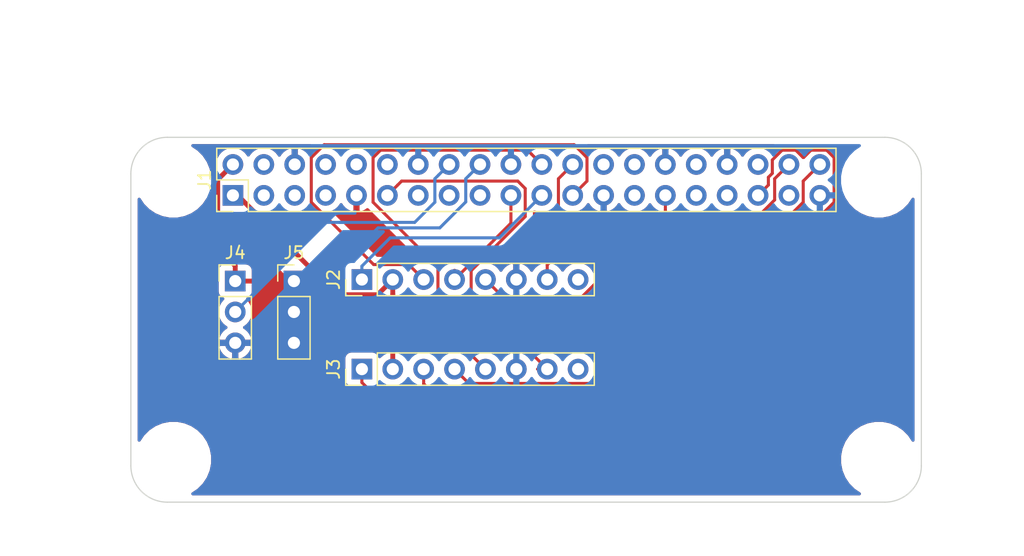
<source format=kicad_pcb>
(kicad_pcb (version 20171130) (host pcbnew "(5.1.4)-1")

  (general
    (thickness 1.6)
    (drawings 13)
    (tracks 100)
    (zones 0)
    (modules 9)
    (nets 36)
  )

  (page A4)
  (layers
    (0 F.Cu signal)
    (31 B.Cu signal)
    (34 B.Paste user)
    (35 F.Paste user)
    (36 B.SilkS user)
    (37 F.SilkS user)
    (38 B.Mask user)
    (39 F.Mask user)
    (40 Dwgs.User user)
    (41 Cmts.User user)
    (44 Edge.Cuts user)
    (45 Margin user)
    (46 B.CrtYd user)
    (47 F.CrtYd user)
    (48 B.Fab user)
    (49 F.Fab user)
  )

  (setup
    (last_trace_width 0.25)
    (user_trace_width 0.01)
    (user_trace_width 0.02)
    (user_trace_width 0.05)
    (user_trace_width 0.1)
    (user_trace_width 0.2)
    (user_trace_width 0.4)
    (trace_clearance 0.2)
    (zone_clearance 0.508)
    (zone_45_only no)
    (trace_min 0.01)
    (via_size 0.6)
    (via_drill 0.4)
    (via_min_size 0.4)
    (via_min_drill 0.3)
    (uvia_size 0.3)
    (uvia_drill 0.1)
    (uvias_allowed no)
    (uvia_min_size 0.2)
    (uvia_min_drill 0.1)
    (edge_width 0.1)
    (segment_width 0.2)
    (pcb_text_width 0.3)
    (pcb_text_size 1.5 1.5)
    (mod_edge_width 0.15)
    (mod_text_size 1 1)
    (mod_text_width 0.15)
    (pad_size 2.75 2.75)
    (pad_drill 2.75)
    (pad_to_mask_clearance 0)
    (aux_axis_origin 0 0)
    (visible_elements 7FFFFFFF)
    (pcbplotparams
      (layerselection 0x01330_80000001)
      (usegerberextensions false)
      (usegerberattributes false)
      (usegerberadvancedattributes false)
      (creategerberjobfile false)
      (excludeedgelayer true)
      (linewidth 0.100000)
      (plotframeref false)
      (viasonmask false)
      (mode 1)
      (useauxorigin false)
      (hpglpennumber 1)
      (hpglpenspeed 20)
      (hpglpendiameter 15.000000)
      (psnegative false)
      (psa4output false)
      (plotreference true)
      (plotvalue true)
      (plotinvisibletext false)
      (padsonsilk false)
      (subtractmaskfromsilk false)
      (outputformat 4)
      (mirror false)
      (drillshape 2)
      (scaleselection 1)
      (outputdirectory "meta/"))
  )

  (net 0 "")
  (net 1 "Net-(J1-Pad40)")
  (net 2 "Net-(J1-Pad38)")
  (net 3 "Net-(J1-Pad24)")
  (net 4 "Net-(J1-Pad22)")
  (net 5 "Net-(J1-Pad35)")
  (net 6 "Net-(J1-Pad29)")
  (net 7 "Net-(J1-Pad23)")
  (net 8 "Net-(J1-Pad21)")
  (net 9 "Net-(J1-Pad19)")
  (net 10 "Net-(J1-Pad11)")
  (net 11 +3V3)
  (net 12 GND)
  (net 13 "Net-(J1-Pad2)")
  (net 14 "Net-(J1-Pad16)")
  (net 15 "Net-(J1-Pad3)")
  (net 16 "Net-(J1-Pad4)")
  (net 17 "Net-(J1-Pad5)")
  (net 18 "Net-(J1-Pad7)")
  (net 19 "Net-(J1-Pad8)")
  (net 20 "Net-(J1-Pad10)")
  (net 21 "Net-(J1-Pad12)")
  (net 22 "Net-(J1-Pad13)")
  (net 23 "Net-(J1-Pad15)")
  (net 24 "Net-(J1-Pad17)")
  (net 25 "Net-(J1-Pad18)")
  (net 26 "Net-(J1-Pad26)")
  (net 27 "Net-(J1-Pad27)")
  (net 28 "Net-(J1-Pad28)")
  (net 29 "Net-(J1-Pad31)")
  (net 30 "Net-(J1-Pad32)")
  (net 31 "Net-(J1-Pad33)")
  (net 32 "Net-(J1-Pad36)")
  (net 33 "Net-(J1-Pad37)")
  (net 34 "Net-(J2-Pad8)")
  (net 35 "Net-(J3-Pad8)")

  (net_class Default "This is the default net class."
    (clearance 0.2)
    (trace_width 0.25)
    (via_dia 0.6)
    (via_drill 0.4)
    (uvia_dia 0.3)
    (uvia_drill 0.1)
    (add_net +3V3)
    (add_net GND)
    (add_net "Net-(J1-Pad10)")
    (add_net "Net-(J1-Pad11)")
    (add_net "Net-(J1-Pad12)")
    (add_net "Net-(J1-Pad13)")
    (add_net "Net-(J1-Pad15)")
    (add_net "Net-(J1-Pad16)")
    (add_net "Net-(J1-Pad17)")
    (add_net "Net-(J1-Pad18)")
    (add_net "Net-(J1-Pad19)")
    (add_net "Net-(J1-Pad2)")
    (add_net "Net-(J1-Pad21)")
    (add_net "Net-(J1-Pad22)")
    (add_net "Net-(J1-Pad23)")
    (add_net "Net-(J1-Pad24)")
    (add_net "Net-(J1-Pad26)")
    (add_net "Net-(J1-Pad27)")
    (add_net "Net-(J1-Pad28)")
    (add_net "Net-(J1-Pad29)")
    (add_net "Net-(J1-Pad3)")
    (add_net "Net-(J1-Pad31)")
    (add_net "Net-(J1-Pad32)")
    (add_net "Net-(J1-Pad33)")
    (add_net "Net-(J1-Pad35)")
    (add_net "Net-(J1-Pad36)")
    (add_net "Net-(J1-Pad37)")
    (add_net "Net-(J1-Pad38)")
    (add_net "Net-(J1-Pad4)")
    (add_net "Net-(J1-Pad40)")
    (add_net "Net-(J1-Pad5)")
    (add_net "Net-(J1-Pad7)")
    (add_net "Net-(J1-Pad8)")
    (add_net "Net-(J2-Pad8)")
    (add_net "Net-(J3-Pad8)")
  )

  (module Connector_PinHeader_2.54mm:PinHeader_1x08_P2.54mm_Vertical (layer F.Cu) (tedit 59FED5CC) (tstamp 5DD0834D)
    (at 31.496 43.561 90)
    (descr "Through hole straight pin header, 1x08, 2.54mm pitch, single row")
    (tags "Through hole pin header THT 1x08 2.54mm single row")
    (path /5DD148A1)
    (fp_text reference J3 (at 0 -2.33 90) (layer F.SilkS)
      (effects (font (size 1 1) (thickness 0.15)))
    )
    (fp_text value Isolated_ISP (at 0 20.11 90) (layer F.Fab)
      (effects (font (size 1 1) (thickness 0.15)))
    )
    (fp_text user %R (at 0 8.89) (layer F.Fab)
      (effects (font (size 1 1) (thickness 0.15)))
    )
    (fp_line (start 1.8 -1.8) (end -1.8 -1.8) (layer F.CrtYd) (width 0.05))
    (fp_line (start 1.8 19.55) (end 1.8 -1.8) (layer F.CrtYd) (width 0.05))
    (fp_line (start -1.8 19.55) (end 1.8 19.55) (layer F.CrtYd) (width 0.05))
    (fp_line (start -1.8 -1.8) (end -1.8 19.55) (layer F.CrtYd) (width 0.05))
    (fp_line (start -1.33 -1.33) (end 0 -1.33) (layer F.SilkS) (width 0.12))
    (fp_line (start -1.33 0) (end -1.33 -1.33) (layer F.SilkS) (width 0.12))
    (fp_line (start -1.33 1.27) (end 1.33 1.27) (layer F.SilkS) (width 0.12))
    (fp_line (start 1.33 1.27) (end 1.33 19.11) (layer F.SilkS) (width 0.12))
    (fp_line (start -1.33 1.27) (end -1.33 19.11) (layer F.SilkS) (width 0.12))
    (fp_line (start -1.33 19.11) (end 1.33 19.11) (layer F.SilkS) (width 0.12))
    (fp_line (start -1.27 -0.635) (end -0.635 -1.27) (layer F.Fab) (width 0.1))
    (fp_line (start -1.27 19.05) (end -1.27 -0.635) (layer F.Fab) (width 0.1))
    (fp_line (start 1.27 19.05) (end -1.27 19.05) (layer F.Fab) (width 0.1))
    (fp_line (start 1.27 -1.27) (end 1.27 19.05) (layer F.Fab) (width 0.1))
    (fp_line (start -0.635 -1.27) (end 1.27 -1.27) (layer F.Fab) (width 0.1))
    (pad 8 thru_hole oval (at 0 17.78 90) (size 1.7 1.7) (drill 1) (layers *.Cu *.Mask)
      (net 35 "Net-(J3-Pad8)"))
    (pad 7 thru_hole oval (at 0 15.24 90) (size 1.7 1.7) (drill 1) (layers *.Cu *.Mask)
      (net 10 "Net-(J1-Pad11)"))
    (pad 6 thru_hole oval (at 0 12.7 90) (size 1.7 1.7) (drill 1) (layers *.Cu *.Mask)
      (net 12 GND))
    (pad 5 thru_hole oval (at 0 10.16 90) (size 1.7 1.7) (drill 1) (layers *.Cu *.Mask)
      (net 4 "Net-(J1-Pad22)"))
    (pad 4 thru_hole oval (at 0 7.62 90) (size 1.7 1.7) (drill 1) (layers *.Cu *.Mask)
      (net 2 "Net-(J1-Pad38)"))
    (pad 3 thru_hole oval (at 0 5.08 90) (size 1.7 1.7) (drill 1) (layers *.Cu *.Mask)
      (net 1 "Net-(J1-Pad40)"))
    (pad 2 thru_hole oval (at 0 2.54 90) (size 1.7 1.7) (drill 1) (layers *.Cu *.Mask)
      (net 11 +3V3))
    (pad 1 thru_hole rect (at 0 0 90) (size 1.7 1.7) (drill 1) (layers *.Cu *.Mask)
      (net 5 "Net-(J1-Pad35)"))
    (model ${KISYS3DMOD}/Connector_PinHeader_2.54mm.3dshapes/PinHeader_1x08_P2.54mm_Vertical.wrl
      (at (xyz 0 0 0))
      (scale (xyz 1 1 1))
      (rotate (xyz 0 0 0))
    )
  )

  (module Connector_PinHeader_2.54mm:PinHeader_1x08_P2.54mm_Vertical (layer F.Cu) (tedit 59FED5CC) (tstamp 5DD19B13)
    (at 31.496 36.195 90)
    (descr "Through hole straight pin header, 1x08, 2.54mm pitch, single row")
    (tags "Through hole pin header THT 1x08 2.54mm single row")
    (path /5DD21625)
    (fp_text reference J2 (at 0 -2.33 90) (layer F.SilkS)
      (effects (font (size 1 1) (thickness 0.15)))
    )
    (fp_text value Isolated_ISP (at 0 20.11 90) (layer F.Fab)
      (effects (font (size 1 1) (thickness 0.15)))
    )
    (fp_text user %R (at 0 8.89) (layer F.Fab)
      (effects (font (size 1 1) (thickness 0.15)))
    )
    (fp_line (start 1.8 -1.8) (end -1.8 -1.8) (layer F.CrtYd) (width 0.05))
    (fp_line (start 1.8 19.55) (end 1.8 -1.8) (layer F.CrtYd) (width 0.05))
    (fp_line (start -1.8 19.55) (end 1.8 19.55) (layer F.CrtYd) (width 0.05))
    (fp_line (start -1.8 -1.8) (end -1.8 19.55) (layer F.CrtYd) (width 0.05))
    (fp_line (start -1.33 -1.33) (end 0 -1.33) (layer F.SilkS) (width 0.12))
    (fp_line (start -1.33 0) (end -1.33 -1.33) (layer F.SilkS) (width 0.12))
    (fp_line (start -1.33 1.27) (end 1.33 1.27) (layer F.SilkS) (width 0.12))
    (fp_line (start 1.33 1.27) (end 1.33 19.11) (layer F.SilkS) (width 0.12))
    (fp_line (start -1.33 1.27) (end -1.33 19.11) (layer F.SilkS) (width 0.12))
    (fp_line (start -1.33 19.11) (end 1.33 19.11) (layer F.SilkS) (width 0.12))
    (fp_line (start -1.27 -0.635) (end -0.635 -1.27) (layer F.Fab) (width 0.1))
    (fp_line (start -1.27 19.05) (end -1.27 -0.635) (layer F.Fab) (width 0.1))
    (fp_line (start 1.27 19.05) (end -1.27 19.05) (layer F.Fab) (width 0.1))
    (fp_line (start 1.27 -1.27) (end 1.27 19.05) (layer F.Fab) (width 0.1))
    (fp_line (start -0.635 -1.27) (end 1.27 -1.27) (layer F.Fab) (width 0.1))
    (pad 8 thru_hole oval (at 0 17.78 90) (size 1.7 1.7) (drill 1) (layers *.Cu *.Mask)
      (net 34 "Net-(J2-Pad8)"))
    (pad 7 thru_hole oval (at 0 15.24 90) (size 1.7 1.7) (drill 1) (layers *.Cu *.Mask)
      (net 3 "Net-(J1-Pad24)"))
    (pad 6 thru_hole oval (at 0 12.7 90) (size 1.7 1.7) (drill 1) (layers *.Cu *.Mask)
      (net 12 GND))
    (pad 5 thru_hole oval (at 0 10.16 90) (size 1.7 1.7) (drill 1) (layers *.Cu *.Mask)
      (net 6 "Net-(J1-Pad29)"))
    (pad 4 thru_hole oval (at 0 7.62 90) (size 1.7 1.7) (drill 1) (layers *.Cu *.Mask)
      (net 9 "Net-(J1-Pad19)"))
    (pad 3 thru_hole oval (at 0 5.08 90) (size 1.7 1.7) (drill 1) (layers *.Cu *.Mask)
      (net 7 "Net-(J1-Pad23)"))
    (pad 2 thru_hole oval (at 0 2.54 90) (size 1.7 1.7) (drill 1) (layers *.Cu *.Mask)
      (net 11 +3V3))
    (pad 1 thru_hole rect (at 0 0 90) (size 1.7 1.7) (drill 1) (layers *.Cu *.Mask)
      (net 8 "Net-(J1-Pad21)"))
    (model ${KISYS3DMOD}/Connector_PinHeader_2.54mm.3dshapes/PinHeader_1x08_P2.54mm_Vertical.wrl
      (at (xyz 0 0 0))
      (scale (xyz 1 1 1))
      (rotate (xyz 0 0 0))
    )
  )

  (module Connector_PinHeader_2.54mm:PinHeader_2x20_P2.54mm_Vertical (layer F.Cu) (tedit 59FED5CC) (tstamp 5DD092A0)
    (at 20.8915 29.2735 90)
    (descr "Through hole straight pin header, 2x20, 2.54mm pitch, double rows")
    (tags "Through hole pin header THT 2x20 2.54mm double row")
    (path /5516AE26)
    (fp_text reference J1 (at 1.27 -2.33 90) (layer F.SilkS)
      (effects (font (size 1 1) (thickness 0.15)))
    )
    (fp_text value RPi_GPIO (at 1.27 50.59 90) (layer F.Fab)
      (effects (font (size 1 1) (thickness 0.15)))
    )
    (fp_text user %R (at 1.27 24.13) (layer F.Fab)
      (effects (font (size 1 1) (thickness 0.15)))
    )
    (fp_line (start 4.35 -1.8) (end -1.8 -1.8) (layer F.CrtYd) (width 0.05))
    (fp_line (start 4.35 50.05) (end 4.35 -1.8) (layer F.CrtYd) (width 0.05))
    (fp_line (start -1.8 50.05) (end 4.35 50.05) (layer F.CrtYd) (width 0.05))
    (fp_line (start -1.8 -1.8) (end -1.8 50.05) (layer F.CrtYd) (width 0.05))
    (fp_line (start -1.33 -1.33) (end 0 -1.33) (layer F.SilkS) (width 0.12))
    (fp_line (start -1.33 0) (end -1.33 -1.33) (layer F.SilkS) (width 0.12))
    (fp_line (start 1.27 -1.33) (end 3.87 -1.33) (layer F.SilkS) (width 0.12))
    (fp_line (start 1.27 1.27) (end 1.27 -1.33) (layer F.SilkS) (width 0.12))
    (fp_line (start -1.33 1.27) (end 1.27 1.27) (layer F.SilkS) (width 0.12))
    (fp_line (start 3.87 -1.33) (end 3.87 49.59) (layer F.SilkS) (width 0.12))
    (fp_line (start -1.33 1.27) (end -1.33 49.59) (layer F.SilkS) (width 0.12))
    (fp_line (start -1.33 49.59) (end 3.87 49.59) (layer F.SilkS) (width 0.12))
    (fp_line (start -1.27 0) (end 0 -1.27) (layer F.Fab) (width 0.1))
    (fp_line (start -1.27 49.53) (end -1.27 0) (layer F.Fab) (width 0.1))
    (fp_line (start 3.81 49.53) (end -1.27 49.53) (layer F.Fab) (width 0.1))
    (fp_line (start 3.81 -1.27) (end 3.81 49.53) (layer F.Fab) (width 0.1))
    (fp_line (start 0 -1.27) (end 3.81 -1.27) (layer F.Fab) (width 0.1))
    (pad 40 thru_hole oval (at 2.54 48.26 90) (size 1.7 1.7) (drill 1) (layers *.Cu *.Mask)
      (net 1 "Net-(J1-Pad40)"))
    (pad 39 thru_hole oval (at 0 48.26 90) (size 1.7 1.7) (drill 1) (layers *.Cu *.Mask)
      (net 12 GND))
    (pad 38 thru_hole oval (at 2.54 45.72 90) (size 1.7 1.7) (drill 1) (layers *.Cu *.Mask)
      (net 2 "Net-(J1-Pad38)"))
    (pad 37 thru_hole oval (at 0 45.72 90) (size 1.7 1.7) (drill 1) (layers *.Cu *.Mask)
      (net 33 "Net-(J1-Pad37)"))
    (pad 36 thru_hole oval (at 2.54 43.18 90) (size 1.7 1.7) (drill 1) (layers *.Cu *.Mask)
      (net 32 "Net-(J1-Pad36)"))
    (pad 35 thru_hole oval (at 0 43.18 90) (size 1.7 1.7) (drill 1) (layers *.Cu *.Mask)
      (net 5 "Net-(J1-Pad35)"))
    (pad 34 thru_hole oval (at 2.54 40.64 90) (size 1.7 1.7) (drill 1) (layers *.Cu *.Mask)
      (net 12 GND))
    (pad 33 thru_hole oval (at 0 40.64 90) (size 1.7 1.7) (drill 1) (layers *.Cu *.Mask)
      (net 31 "Net-(J1-Pad33)"))
    (pad 32 thru_hole oval (at 2.54 38.1 90) (size 1.7 1.7) (drill 1) (layers *.Cu *.Mask)
      (net 30 "Net-(J1-Pad32)"))
    (pad 31 thru_hole oval (at 0 38.1 90) (size 1.7 1.7) (drill 1) (layers *.Cu *.Mask)
      (net 29 "Net-(J1-Pad31)"))
    (pad 30 thru_hole oval (at 2.54 35.56 90) (size 1.7 1.7) (drill 1) (layers *.Cu *.Mask)
      (net 12 GND))
    (pad 29 thru_hole oval (at 0 35.56 90) (size 1.7 1.7) (drill 1) (layers *.Cu *.Mask)
      (net 6 "Net-(J1-Pad29)"))
    (pad 28 thru_hole oval (at 2.54 33.02 90) (size 1.7 1.7) (drill 1) (layers *.Cu *.Mask)
      (net 28 "Net-(J1-Pad28)"))
    (pad 27 thru_hole oval (at 0 33.02 90) (size 1.7 1.7) (drill 1) (layers *.Cu *.Mask)
      (net 27 "Net-(J1-Pad27)"))
    (pad 26 thru_hole oval (at 2.54 30.48 90) (size 1.7 1.7) (drill 1) (layers *.Cu *.Mask)
      (net 26 "Net-(J1-Pad26)"))
    (pad 25 thru_hole oval (at 0 30.48 90) (size 1.7 1.7) (drill 1) (layers *.Cu *.Mask)
      (net 12 GND))
    (pad 24 thru_hole oval (at 2.54 27.94 90) (size 1.7 1.7) (drill 1) (layers *.Cu *.Mask)
      (net 3 "Net-(J1-Pad24)"))
    (pad 23 thru_hole oval (at 0 27.94 90) (size 1.7 1.7) (drill 1) (layers *.Cu *.Mask)
      (net 7 "Net-(J1-Pad23)"))
    (pad 22 thru_hole oval (at 2.54 25.4 90) (size 1.7 1.7) (drill 1) (layers *.Cu *.Mask)
      (net 4 "Net-(J1-Pad22)"))
    (pad 21 thru_hole oval (at 0 25.4 90) (size 1.7 1.7) (drill 1) (layers *.Cu *.Mask)
      (net 8 "Net-(J1-Pad21)"))
    (pad 20 thru_hole oval (at 2.54 22.86 90) (size 1.7 1.7) (drill 1) (layers *.Cu *.Mask)
      (net 12 GND))
    (pad 19 thru_hole oval (at 0 22.86 90) (size 1.7 1.7) (drill 1) (layers *.Cu *.Mask)
      (net 9 "Net-(J1-Pad19)"))
    (pad 18 thru_hole oval (at 2.54 20.32 90) (size 1.7 1.7) (drill 1) (layers *.Cu *.Mask)
      (net 25 "Net-(J1-Pad18)"))
    (pad 17 thru_hole oval (at 0 20.32 90) (size 1.7 1.7) (drill 1) (layers *.Cu *.Mask)
      (net 24 "Net-(J1-Pad17)"))
    (pad 16 thru_hole oval (at 2.54 17.78 90) (size 1.7 1.7) (drill 1) (layers *.Cu *.Mask)
      (net 14 "Net-(J1-Pad16)"))
    (pad 15 thru_hole oval (at 0 17.78 90) (size 1.7 1.7) (drill 1) (layers *.Cu *.Mask)
      (net 23 "Net-(J1-Pad15)"))
    (pad 14 thru_hole oval (at 2.54 15.24 90) (size 1.7 1.7) (drill 1) (layers *.Cu *.Mask)
      (net 12 GND))
    (pad 13 thru_hole oval (at 0 15.24 90) (size 1.7 1.7) (drill 1) (layers *.Cu *.Mask)
      (net 22 "Net-(J1-Pad13)"))
    (pad 12 thru_hole oval (at 2.54 12.7 90) (size 1.7 1.7) (drill 1) (layers *.Cu *.Mask)
      (net 21 "Net-(J1-Pad12)"))
    (pad 11 thru_hole oval (at 0 12.7 90) (size 1.7 1.7) (drill 1) (layers *.Cu *.Mask)
      (net 10 "Net-(J1-Pad11)"))
    (pad 10 thru_hole oval (at 2.54 10.16 90) (size 1.7 1.7) (drill 1) (layers *.Cu *.Mask)
      (net 20 "Net-(J1-Pad10)"))
    (pad 9 thru_hole oval (at 0 10.16 90) (size 1.7 1.7) (drill 1) (layers *.Cu *.Mask)
      (net 12 GND))
    (pad 8 thru_hole oval (at 2.54 7.62 90) (size 1.7 1.7) (drill 1) (layers *.Cu *.Mask)
      (net 19 "Net-(J1-Pad8)"))
    (pad 7 thru_hole oval (at 0 7.62 90) (size 1.7 1.7) (drill 1) (layers *.Cu *.Mask)
      (net 18 "Net-(J1-Pad7)"))
    (pad 6 thru_hole oval (at 2.54 5.08 90) (size 1.7 1.7) (drill 1) (layers *.Cu *.Mask)
      (net 12 GND))
    (pad 5 thru_hole oval (at 0 5.08 90) (size 1.7 1.7) (drill 1) (layers *.Cu *.Mask)
      (net 17 "Net-(J1-Pad5)"))
    (pad 4 thru_hole oval (at 2.54 2.54 90) (size 1.7 1.7) (drill 1) (layers *.Cu *.Mask)
      (net 16 "Net-(J1-Pad4)"))
    (pad 3 thru_hole oval (at 0 2.54 90) (size 1.7 1.7) (drill 1) (layers *.Cu *.Mask)
      (net 15 "Net-(J1-Pad3)"))
    (pad 2 thru_hole oval (at 2.54 0 90) (size 1.7 1.7) (drill 1) (layers *.Cu *.Mask)
      (net 13 "Net-(J1-Pad2)"))
    (pad 1 thru_hole rect (at 0 0 90) (size 1.7 1.7) (drill 1) (layers *.Cu *.Mask)
      (net 11 +3V3))
    (model ${KISYS3DMOD}/Connector_PinHeader_2.54mm.3dshapes/PinHeader_2x20_P2.54mm_Vertical.wrl
      (at (xyz 0 0 0))
      (scale (xyz 1 1 1))
      (rotate (xyz 0 0 0))
    )
  )

  (module Connector_PinHeader_2.54mm:PinHeader_1x03_P2.54mm_Vertical (layer F.Cu) (tedit 59FED5CC) (tstamp 5DD3DFE3)
    (at 25.908 36.322)
    (descr "Through hole straight pin header, 1x03, 2.54mm pitch, single row")
    (tags "Through hole pin header THT 1x03 2.54mm single row")
    (path /5DD5F069)
    (fp_text reference J5 (at 0 -2.33) (layer F.SilkS)
      (effects (font (size 1 1) (thickness 0.15)))
    )
    (fp_text value Conn_Relay (at 0 7.41) (layer F.Fab)
      (effects (font (size 1 1) (thickness 0.15)))
    )
    (fp_text user %R (at 0 2.54 90) (layer F.Fab)
      (effects (font (size 1 1) (thickness 0.15)))
    )
    (fp_line (start 1.8 -1.8) (end -1.8 -1.8) (layer F.CrtYd) (width 0.05))
    (fp_line (start 1.8 6.85) (end 1.8 -1.8) (layer F.CrtYd) (width 0.05))
    (fp_line (start -1.8 6.85) (end 1.8 6.85) (layer F.CrtYd) (width 0.05))
    (fp_line (start -1.8 -1.8) (end -1.8 6.85) (layer F.CrtYd) (width 0.05))
    (fp_line (start -1.33 -1.33) (end 0 -1.33) (layer F.SilkS) (width 0.12))
    (fp_line (start -1.33 0) (end -1.33 -1.33) (layer F.SilkS) (width 0.12))
    (fp_line (start -1.33 1.27) (end 1.33 1.27) (layer F.SilkS) (width 0.12))
    (fp_line (start 1.33 1.27) (end 1.33 6.41) (layer F.SilkS) (width 0.12))
    (fp_line (start -1.33 1.27) (end -1.33 6.41) (layer F.SilkS) (width 0.12))
    (fp_line (start -1.33 6.41) (end 1.33 6.41) (layer F.SilkS) (width 0.12))
    (fp_line (start -1.27 -0.635) (end -0.635 -1.27) (layer F.Fab) (width 0.1))
    (fp_line (start -1.27 6.35) (end -1.27 -0.635) (layer F.Fab) (width 0.1))
    (fp_line (start 1.27 6.35) (end -1.27 6.35) (layer F.Fab) (width 0.1))
    (fp_line (start 1.27 -1.27) (end 1.27 6.35) (layer F.Fab) (width 0.1))
    (fp_line (start -0.635 -1.27) (end 1.27 -1.27) (layer F.Fab) (width 0.1))
    (pad 3 thru_hole oval (at 0 5.08) (size 1.7 1.7) (drill 1) (layers *.Cu *.Mask)
      (net 12 GND))
    (pad 2 thru_hole oval (at 0 2.54) (size 1.7 1.7) (drill 1) (layers *.Cu *.Mask)
      (net 25 "Net-(J1-Pad18)"))
    (pad 1 thru_hole rect (at 0 0) (size 1.7 1.7) (drill 1) (layers *.Cu *.Mask)
      (net 13 "Net-(J1-Pad2)"))
    (model ${KISYS3DMOD}/Connector_PinHeader_2.54mm.3dshapes/PinHeader_1x03_P2.54mm_Vertical.wrl
      (at (xyz 0 0 0))
      (scale (xyz 1 1 1))
      (rotate (xyz 0 0 0))
    )
  )

  (module Connector_PinHeader_2.54mm:PinHeader_1x03_P2.54mm_Vertical (layer F.Cu) (tedit 59FED5CC) (tstamp 5DD19A95)
    (at 21.082 36.322)
    (descr "Through hole straight pin header, 1x03, 2.54mm pitch, single row")
    (tags "Through hole pin header THT 1x03 2.54mm single row")
    (path /5DD1ACB6)
    (fp_text reference J4 (at 0 -2.33) (layer F.SilkS)
      (effects (font (size 1 1) (thickness 0.15)))
    )
    (fp_text value Conn_Relay (at 0 7.41) (layer F.Fab)
      (effects (font (size 1 1) (thickness 0.15)))
    )
    (fp_text user %R (at 0 2.54 90) (layer F.Fab)
      (effects (font (size 1 1) (thickness 0.15)))
    )
    (fp_line (start 1.8 -1.8) (end -1.8 -1.8) (layer F.CrtYd) (width 0.05))
    (fp_line (start 1.8 6.85) (end 1.8 -1.8) (layer F.CrtYd) (width 0.05))
    (fp_line (start -1.8 6.85) (end 1.8 6.85) (layer F.CrtYd) (width 0.05))
    (fp_line (start -1.8 -1.8) (end -1.8 6.85) (layer F.CrtYd) (width 0.05))
    (fp_line (start -1.33 -1.33) (end 0 -1.33) (layer F.SilkS) (width 0.12))
    (fp_line (start -1.33 0) (end -1.33 -1.33) (layer F.SilkS) (width 0.12))
    (fp_line (start -1.33 1.27) (end 1.33 1.27) (layer F.SilkS) (width 0.12))
    (fp_line (start 1.33 1.27) (end 1.33 6.41) (layer F.SilkS) (width 0.12))
    (fp_line (start -1.33 1.27) (end -1.33 6.41) (layer F.SilkS) (width 0.12))
    (fp_line (start -1.33 6.41) (end 1.33 6.41) (layer F.SilkS) (width 0.12))
    (fp_line (start -1.27 -0.635) (end -0.635 -1.27) (layer F.Fab) (width 0.1))
    (fp_line (start -1.27 6.35) (end -1.27 -0.635) (layer F.Fab) (width 0.1))
    (fp_line (start 1.27 6.35) (end -1.27 6.35) (layer F.Fab) (width 0.1))
    (fp_line (start 1.27 -1.27) (end 1.27 6.35) (layer F.Fab) (width 0.1))
    (fp_line (start -0.635 -1.27) (end 1.27 -1.27) (layer F.Fab) (width 0.1))
    (pad 3 thru_hole oval (at 0 5.08) (size 1.7 1.7) (drill 1) (layers *.Cu *.Mask)
      (net 12 GND))
    (pad 2 thru_hole oval (at 0 2.54) (size 1.7 1.7) (drill 1) (layers *.Cu *.Mask)
      (net 14 "Net-(J1-Pad16)"))
    (pad 1 thru_hole rect (at 0 0) (size 1.7 1.7) (drill 1) (layers *.Cu *.Mask)
      (net 13 "Net-(J1-Pad2)"))
    (model ${KISYS3DMOD}/Connector_PinHeader_2.54mm.3dshapes/PinHeader_1x03_P2.54mm_Vertical.wrl
      (at (xyz 0 0 0))
      (scale (xyz 1 1 1))
      (rotate (xyz 0 0 0))
    )
  )

  (module RPi_Hat:RPi_Hat_Mounting_Hole locked (layer F.Cu) (tedit 55217CCB) (tstamp 58B743A7)
    (at 16 51)
    (descr "Mounting hole, Befestigungsbohrung, 2,7mm, No Annular, Kein Restring,")
    (tags "Mounting hole, Befestigungsbohrung, 2,7mm, No Annular, Kein Restring,")
    (fp_text reference "" (at 0 -4.0005) (layer F.SilkS) hide
      (effects (font (size 1 1) (thickness 0.15)))
    )
    (fp_text value "" (at 0.09906 3.59918) (layer F.Fab) hide
      (effects (font (size 1 1) (thickness 0.15)))
    )
    (fp_circle (center 0 0) (end 1.375 0) (layer F.Fab) (width 0.15))
    (fp_circle (center 0 0) (end 3.1 0) (layer F.Fab) (width 0.15))
    (fp_circle (center 0 0) (end 3.1 0) (layer B.Fab) (width 0.15))
    (fp_circle (center 0 0) (end 1.375 0) (layer B.Fab) (width 0.15))
    (fp_circle (center 0 0) (end 3.1 0) (layer F.CrtYd) (width 0.15))
    (fp_circle (center 0 0) (end 3.1 0) (layer B.CrtYd) (width 0.15))
    (pad "" np_thru_hole circle (at 0 0) (size 2.75 2.75) (drill 2.75) (layers *.Cu *.Mask)
      (solder_mask_margin 1.725) (clearance 1.725))
  )

  (module RPi_Hat:RPi_Hat_Mounting_Hole locked (layer F.Cu) (tedit 55217C7B) (tstamp 5515DEA9)
    (at 74 28)
    (descr "Mounting hole, Befestigungsbohrung, 2,7mm, No Annular, Kein Restring,")
    (tags "Mounting hole, Befestigungsbohrung, 2,7mm, No Annular, Kein Restring,")
    (fp_text reference "" (at 0 -4.0005) (layer F.SilkS) hide
      (effects (font (size 1 1) (thickness 0.15)))
    )
    (fp_text value "" (at 0.09906 3.59918) (layer F.Fab) hide
      (effects (font (size 1 1) (thickness 0.15)))
    )
    (fp_circle (center 0 0) (end 1.375 0) (layer F.Fab) (width 0.15))
    (fp_circle (center 0 0) (end 3.1 0) (layer F.Fab) (width 0.15))
    (fp_circle (center 0 0) (end 3.1 0) (layer B.Fab) (width 0.15))
    (fp_circle (center 0 0) (end 1.375 0) (layer B.Fab) (width 0.15))
    (fp_circle (center 0 0) (end 3.1 0) (layer F.CrtYd) (width 0.15))
    (fp_circle (center 0 0) (end 3.1 0) (layer B.CrtYd) (width 0.15))
    (pad "" np_thru_hole circle (at 0 0) (size 2.75 2.75) (drill 2.75) (layers *.Cu *.Mask)
      (solder_mask_margin 1.725) (clearance 1.725))
  )

  (module RPi_Hat:RPi_Hat_Mounting_Hole locked (layer F.Cu) (tedit 55217CCB) (tstamp 55169DC9)
    (at 74 51)
    (descr "Mounting hole, Befestigungsbohrung, 2,7mm, No Annular, Kein Restring,")
    (tags "Mounting hole, Befestigungsbohrung, 2,7mm, No Annular, Kein Restring,")
    (fp_text reference "" (at 0 -4.0005) (layer F.SilkS) hide
      (effects (font (size 1 1) (thickness 0.15)))
    )
    (fp_text value "" (at 0.09906 3.59918) (layer F.Fab) hide
      (effects (font (size 1 1) (thickness 0.15)))
    )
    (fp_circle (center 0 0) (end 1.375 0) (layer F.Fab) (width 0.15))
    (fp_circle (center 0 0) (end 3.1 0) (layer F.Fab) (width 0.15))
    (fp_circle (center 0 0) (end 3.1 0) (layer B.Fab) (width 0.15))
    (fp_circle (center 0 0) (end 1.375 0) (layer B.Fab) (width 0.15))
    (fp_circle (center 0 0) (end 3.1 0) (layer F.CrtYd) (width 0.15))
    (fp_circle (center 0 0) (end 3.1 0) (layer B.CrtYd) (width 0.15))
    (pad "" np_thru_hole circle (at 0 0) (size 2.75 2.75) (drill 2.75) (layers *.Cu *.Mask)
      (solder_mask_margin 1.725) (clearance 1.725))
  )

  (module RPi_Hat:RPi_Hat_Mounting_Hole locked (layer F.Cu) (tedit 55217CA2) (tstamp 5515DEBF)
    (at 16 28)
    (descr "Mounting hole, Befestigungsbohrung, 2,7mm, No Annular, Kein Restring,")
    (tags "Mounting hole, Befestigungsbohrung, 2,7mm, No Annular, Kein Restring,")
    (fp_text reference "" (at 0 -4.0005) (layer F.SilkS) hide
      (effects (font (size 1 1) (thickness 0.15)))
    )
    (fp_text value "" (at 0.09906 3.59918) (layer F.Fab) hide
      (effects (font (size 1 1) (thickness 0.15)))
    )
    (fp_circle (center 0 0) (end 1.375 0) (layer F.Fab) (width 0.15))
    (fp_circle (center 0 0) (end 3.1 0) (layer F.Fab) (width 0.15))
    (fp_circle (center 0 0) (end 3.1 0) (layer B.Fab) (width 0.15))
    (fp_circle (center 0 0) (end 1.375 0) (layer B.Fab) (width 0.15))
    (fp_circle (center 0 0) (end 3.1 0) (layer F.CrtYd) (width 0.15))
    (fp_circle (center 0 0) (end 3.1 0) (layer B.CrtYd) (width 0.15))
    (pad "" np_thru_hole circle (at 0 0) (size 2.75 2.75) (drill 2.75) (layers *.Cu *.Mask)
      (solder_mask_margin 1.725) (clearance 1.725))
  )

  (gr_line (start 12.5 27.5) (end 12.5 51.5) (layer Edge.Cuts) (width 0.1) (tstamp 5DD078BB))
  (gr_arc (start 15.5 27.5) (end 12.5 27.5) (angle 90) (layer Edge.Cuts) (width 0.1) (tstamp 5B55F169))
  (gr_line (start 15.5 24.5) (end 74.5 24.5) (angle 90) (layer Edge.Cuts) (width 0.1) (tstamp 5B55F01C))
  (gr_arc (start 74.5 27.5) (end 74.5 24.5) (angle 90) (layer Edge.Cuts) (width 0.1) (tstamp 5B55EED3))
  (dimension 30 (width 0.15) (layer Dwgs.User)
    (gr_text "30 mm (Thru-hole)" (at 83.05 39.5 270) (layer Dwgs.User)
      (effects (font (size 1.5 1.5) (thickness 0.15)))
    )
    (feature1 (pts (xy 78.5 54.5) (xy 84.1 54.5)))
    (feature2 (pts (xy 78.5 24.5) (xy 84.1 24.5)))
    (crossbar (pts (xy 82 24.5) (xy 82 54.5)))
    (arrow1a (pts (xy 82 54.5) (xy 81.413579 53.373496)))
    (arrow1b (pts (xy 82 54.5) (xy 82.586421 53.373496)))
    (arrow2a (pts (xy 82 24.5) (xy 81.413579 25.626504)))
    (arrow2b (pts (xy 82 24.5) (xy 82.586421 25.626504)))
  )
  (dimension 23 (width 0.15) (layer Dwgs.User)
    (gr_text "23.000 mm" (at 7.95 39.5 90) (layer Dwgs.User)
      (effects (font (size 1.5 1.5) (thickness 0.15)))
    )
    (feature1 (pts (xy 11.5 28) (xy 6.9 28)))
    (feature2 (pts (xy 11.5 51) (xy 6.9 51)))
    (crossbar (pts (xy 9 51) (xy 9 28)))
    (arrow1a (pts (xy 9 28) (xy 9.586421 29.126504)))
    (arrow1b (pts (xy 9 28) (xy 8.413579 29.126504)))
    (arrow2a (pts (xy 9 51) (xy 9.586421 49.873496)))
    (arrow2b (pts (xy 9 51) (xy 8.413579 49.873496)))
  )
  (dimension 3.5 (width 0.15) (layer Dwgs.User)
    (gr_text "3.5 mm" (at 21 58.5) (layer Dwgs.User)
      (effects (font (size 1.5 1.5) (thickness 0.15)))
    )
    (feature1 (pts (xy 16.068883 55.2811) (xy 16.068883 60.3811)))
    (feature2 (pts (xy 12.568883 55.2811) (xy 12.568883 60.3811)))
    (crossbar (pts (xy 12.568883 58.2811) (xy 16.068883 58.2811)))
    (arrow1a (pts (xy 16.068883 58.2811) (xy 14.942379 58.867521)))
    (arrow1b (pts (xy 16.068883 58.2811) (xy 14.942379 57.694679)))
    (arrow2a (pts (xy 12.568883 58.2811) (xy 13.695387 58.867521)))
    (arrow2b (pts (xy 12.568883 58.2811) (xy 13.695387 57.694679)))
  )
  (dimension 58 (width 0.15) (layer Dwgs.User)
    (gr_text "58 mm" (at 45 19.15) (layer Dwgs.User)
      (effects (font (size 1.5 1.5) (thickness 0.15)))
    )
    (feature1 (pts (xy 74 23) (xy 74 17.8)))
    (feature2 (pts (xy 16 23) (xy 16 17.8)))
    (crossbar (pts (xy 16 20.5) (xy 74 20.5)))
    (arrow1a (pts (xy 74 20.5) (xy 72.873496 21.086421)))
    (arrow1b (pts (xy 74 20.5) (xy 72.873496 19.913579)))
    (arrow2a (pts (xy 16 20.5) (xy 17.126504 21.086421)))
    (arrow2b (pts (xy 16 20.5) (xy 17.126504 19.913579)))
  )
  (dimension 65 (width 0.15) (layer Dwgs.User)
    (gr_text "65 mm" (at 45 14.65) (layer Dwgs.User)
      (effects (font (size 1.5 1.5) (thickness 0.15)))
    )
    (feature1 (pts (xy 77.5 23) (xy 77.5 13.3)))
    (feature2 (pts (xy 12.5 23) (xy 12.5 13.3)))
    (crossbar (pts (xy 12.5 16) (xy 77.5 16)))
    (arrow1a (pts (xy 77.5 16) (xy 76.373496 16.586421)))
    (arrow1b (pts (xy 77.5 16) (xy 76.373496 15.413579)))
    (arrow2a (pts (xy 12.5 16) (xy 13.626504 16.586421)))
    (arrow2b (pts (xy 12.5 16) (xy 13.626504 15.413579)))
  )
  (gr_arc (start 74.5 51.5) (end 77.5 51.5) (angle 90) (layer Edge.Cuts) (width 0.1) (tstamp 55157FFB))
  (gr_arc (start 15.5 51.5) (end 15.5 54.5) (angle 90) (layer Edge.Cuts) (width 0.1) (tstamp 55157FCE))
  (gr_line (start 15.5 54.5) (end 74.5 54.5) (angle 90) (layer Edge.Cuts) (width 0.1))
  (gr_line (start 77.5 27.5) (end 77.5 51.5) (angle 90) (layer Edge.Cuts) (width 0.1) (tstamp 5DD078CE))

  (segment (start 68.301501 27.583499) (end 69.1515 26.7335) (width 0.25) (layer F.Cu) (net 1))
  (segment (start 67.786501 28.098499) (end 68.301501 27.583499) (width 0.25) (layer F.Cu) (net 1))
  (segment (start 67.786501 29.837501) (end 67.786501 28.098499) (width 0.25) (layer F.Cu) (net 1))
  (segment (start 52.437991 45.186011) (end 67.786501 29.837501) (width 0.25) (layer F.Cu) (net 1))
  (segment (start 36.99893 45.186011) (end 52.437991 45.186011) (width 0.25) (layer F.Cu) (net 1))
  (segment (start 36.576 44.763081) (end 36.99893 45.186011) (width 0.25) (layer F.Cu) (net 1))
  (segment (start 36.576 43.561) (end 36.576 44.763081) (width 0.25) (layer F.Cu) (net 1))
  (segment (start 65.761501 27.583499) (end 66.6115 26.7335) (width 0.25) (layer F.Cu) (net 2))
  (segment (start 65.436499 27.908501) (end 65.761501 27.583499) (width 0.25) (layer F.Cu) (net 2))
  (segment (start 65.436499 29.647503) (end 65.436499 27.908501) (width 0.25) (layer F.Cu) (net 2))
  (segment (start 50.348001 44.736001) (end 65.436499 29.647503) (width 0.25) (layer F.Cu) (net 2))
  (segment (start 40.291001 44.736001) (end 50.348001 44.736001) (width 0.25) (layer F.Cu) (net 2))
  (segment (start 39.116 43.561) (end 40.291001 44.736001) (width 0.25) (layer F.Cu) (net 2))
  (segment (start 47.981501 27.583499) (end 48.8315 26.7335) (width 0.25) (layer F.Cu) (net 3))
  (segment (start 47.656499 27.908501) (end 47.981501 27.583499) (width 0.25) (layer F.Cu) (net 3))
  (segment (start 46.736 34.992919) (end 47.656499 34.07242) (width 0.25) (layer F.Cu) (net 3))
  (segment (start 46.736 36.195) (end 46.736 34.992919) (width 0.25) (layer F.Cu) (net 3))
  (segment (start 47.656499 34.07242) (end 47.656499 27.908501) (width 0.25) (layer F.Cu) (net 3))
  (segment (start 41.656 43.561) (end 37.940999 39.845999) (width 0.25) (layer F.Cu) (net 4))
  (segment (start 45.441501 25.883501) (end 46.2915 26.7335) (width 0.25) (layer F.Cu) (net 4))
  (segment (start 45.116499 25.558499) (end 45.441501 25.883501) (width 0.25) (layer F.Cu) (net 4))
  (segment (start 33.027499 25.558499) (end 45.116499 25.558499) (width 0.25) (layer F.Cu) (net 4))
  (segment (start 32.416499 26.169499) (end 33.027499 25.558499) (width 0.25) (layer F.Cu) (net 4))
  (segment (start 32.416499 29.837501) (end 32.416499 26.169499) (width 0.25) (layer F.Cu) (net 4))
  (segment (start 37.751001 35.172003) (end 32.416499 29.837501) (width 0.25) (layer F.Cu) (net 4))
  (segment (start 37.751001 39.656001) (end 37.751001 35.172003) (width 0.25) (layer F.Cu) (net 4))
  (segment (start 37.940999 39.845999) (end 37.751001 39.656001) (width 0.25) (layer F.Cu) (net 4))
  (segment (start 64.921499 27.787091) (end 64.921499 28.423501) (width 0.25) (layer F.Cu) (net 5))
  (segment (start 66.047499 25.558499) (end 65.246501 26.359497) (width 0.25) (layer F.Cu) (net 5))
  (segment (start 67.175501 25.558499) (end 66.047499 25.558499) (width 0.25) (layer F.Cu) (net 5))
  (segment (start 67.779002 26.162) (end 67.175501 25.558499) (width 0.25) (layer F.Cu) (net 5))
  (segment (start 67.818 26.162) (end 67.779002 26.162) (width 0.25) (layer F.Cu) (net 5))
  (segment (start 64.921499 28.423501) (end 64.0715 29.2735) (width 0.25) (layer F.Cu) (net 5))
  (segment (start 68.421501 25.558499) (end 67.818 26.162) (width 0.25) (layer F.Cu) (net 5))
  (segment (start 69.715501 25.558499) (end 68.421501 25.558499) (width 0.25) (layer F.Cu) (net 5))
  (segment (start 70.326501 26.169499) (end 69.715501 25.558499) (width 0.25) (layer F.Cu) (net 5))
  (segment (start 70.326501 29.837501) (end 70.326501 26.169499) (width 0.25) (layer F.Cu) (net 5))
  (segment (start 54.527981 45.636021) (end 70.326501 29.837501) (width 0.25) (layer F.Cu) (net 5))
  (segment (start 32.471021 45.636021) (end 54.527981 45.636021) (width 0.25) (layer F.Cu) (net 5))
  (segment (start 31.496 44.661) (end 32.471021 45.636021) (width 0.25) (layer F.Cu) (net 5))
  (segment (start 65.246501 27.462089) (end 64.921499 27.787091) (width 0.25) (layer F.Cu) (net 5))
  (segment (start 65.246501 26.359497) (end 65.246501 27.462089) (width 0.25) (layer F.Cu) (net 5))
  (segment (start 31.496 43.561) (end 31.496 44.661) (width 0.25) (layer F.Cu) (net 5))
  (segment (start 56.4515 30.475581) (end 56.4515 29.2735) (width 0.25) (layer F.Cu) (net 6))
  (segment (start 56.4515 30.758502) (end 56.4515 30.475581) (width 0.25) (layer F.Cu) (net 6))
  (segment (start 49.364002 37.846) (end 56.4515 30.758502) (width 0.25) (layer F.Cu) (net 6))
  (segment (start 43.307 37.846) (end 49.364002 37.846) (width 0.25) (layer F.Cu) (net 6))
  (segment (start 41.656 36.195) (end 43.307 37.846) (width 0.25) (layer F.Cu) (net 6))
  (segment (start 50.006501 28.098499) (end 49.681499 28.423501) (width 0.25) (layer F.Cu) (net 7))
  (segment (start 50.006501 26.169499) (end 50.006501 28.098499) (width 0.25) (layer F.Cu) (net 7))
  (segment (start 49.681499 28.423501) (end 48.8315 29.2735) (width 0.25) (layer F.Cu) (net 7))
  (segment (start 48.945491 25.108489) (end 50.006501 26.169499) (width 0.25) (layer F.Cu) (net 7))
  (segment (start 28.397509 25.108489) (end 48.945491 25.108489) (width 0.25) (layer F.Cu) (net 7))
  (segment (start 27.336499 29.837501) (end 27.336499 26.169499) (width 0.25) (layer F.Cu) (net 7))
  (segment (start 32.462999 34.964001) (end 27.336499 29.837501) (width 0.25) (layer F.Cu) (net 7))
  (segment (start 27.336499 26.169499) (end 28.397509 25.108489) (width 0.25) (layer F.Cu) (net 7))
  (segment (start 35.345001 34.964001) (end 32.462999 34.964001) (width 0.25) (layer F.Cu) (net 7))
  (segment (start 36.576 36.195) (end 35.345001 34.964001) (width 0.25) (layer F.Cu) (net 7))
  (segment (start 31.496 35.095) (end 33.825 32.766) (width 0.25) (layer B.Cu) (net 8))
  (segment (start 31.496 36.195) (end 31.496 35.095) (width 0.25) (layer B.Cu) (net 8))
  (segment (start 42.799 32.766) (end 46.2915 29.2735) (width 0.25) (layer B.Cu) (net 8))
  (segment (start 33.825 32.766) (end 42.799 32.766) (width 0.25) (layer B.Cu) (net 8))
  (segment (start 39.116 36.195) (end 39.116 35.43441) (width 0.25) (layer F.Cu) (net 9))
  (segment (start 43.7515 31.5595) (end 43.7515 29.2735) (width 0.25) (layer F.Cu) (net 9))
  (segment (start 39.116 36.195) (end 43.7515 31.5595) (width 0.25) (layer F.Cu) (net 9))
  (segment (start 46.736 43.561) (end 45.935002 43.561) (width 0.25) (layer F.Cu) (net 10))
  (segment (start 34.766501 28.098499) (end 34.441499 28.423501) (width 0.25) (layer F.Cu) (net 10))
  (segment (start 44.315501 28.098499) (end 34.766501 28.098499) (width 0.25) (layer F.Cu) (net 10))
  (segment (start 44.926501 28.709499) (end 44.315501 28.098499) (width 0.25) (layer F.Cu) (net 10))
  (segment (start 44.926501 31.020909) (end 44.926501 28.709499) (width 0.25) (layer F.Cu) (net 10))
  (segment (start 40.480999 35.466411) (end 44.926501 31.020909) (width 0.25) (layer F.Cu) (net 10))
  (segment (start 34.441499 28.423501) (end 33.5915 29.2735) (width 0.25) (layer F.Cu) (net 10))
  (segment (start 40.480999 37.305999) (end 40.480999 35.466411) (width 0.25) (layer F.Cu) (net 10))
  (segment (start 46.736 43.561) (end 40.480999 37.305999) (width 0.25) (layer F.Cu) (net 10))
  (segment (start 34.036 37.397081) (end 34.036 43.561) (width 0.4) (layer F.Cu) (net 11))
  (segment (start 34.036 36.195) (end 34.036 37.397081) (width 0.4) (layer F.Cu) (net 11))
  (segment (start 21.279502 29.2735) (end 20.8915 29.2735) (width 0.4) (layer F.Cu) (net 11))
  (segment (start 29.451003 37.445001) (end 21.279502 29.2735) (width 0.4) (layer F.Cu) (net 11))
  (segment (start 32.785999 37.445001) (end 29.451003 37.445001) (width 0.4) (layer F.Cu) (net 11))
  (segment (start 34.036 36.195) (end 32.785999 37.445001) (width 0.4) (layer F.Cu) (net 11))
  (segment (start 20.041501 27.583499) (end 20.8915 26.7335) (width 0.4) (layer F.Cu) (net 13))
  (segment (start 19.641499 27.983501) (end 20.041501 27.583499) (width 0.4) (layer F.Cu) (net 13))
  (segment (start 19.641499 33.631499) (end 19.641499 27.983501) (width 0.4) (layer F.Cu) (net 13))
  (segment (start 21.082 35.072) (end 19.641499 33.631499) (width 0.4) (layer F.Cu) (net 13))
  (segment (start 21.082 36.322) (end 21.082 35.072) (width 0.4) (layer F.Cu) (net 13))
  (segment (start 25.908 36.322) (end 21.082 36.322) (width 0.4) (layer F.Cu) (net 13))
  (segment (start 37.821501 27.583499) (end 38.6715 26.7335) (width 0.25) (layer B.Cu) (net 14))
  (segment (start 37.496499 27.908501) (end 37.821501 27.583499) (width 0.25) (layer B.Cu) (net 14))
  (segment (start 37.496499 29.837501) (end 37.496499 27.908501) (width 0.25) (layer B.Cu) (net 14))
  (segment (start 35.838 31.496) (end 37.496499 29.837501) (width 0.25) (layer B.Cu) (net 14))
  (segment (start 28.448 31.496) (end 29.972 31.496) (width 0.25) (layer B.Cu) (net 14))
  (segment (start 21.082 38.862) (end 28.448 31.496) (width 0.25) (layer B.Cu) (net 14))
  (segment (start 29.650081 31.496) (end 29.972 31.496) (width 0.25) (layer B.Cu) (net 14))
  (segment (start 29.972 31.496) (end 35.838 31.496) (width 0.25) (layer B.Cu) (net 14))
  (segment (start 40.361501 27.583499) (end 41.2115 26.7335) (width 0.25) (layer B.Cu) (net 25))
  (segment (start 40.036499 27.908501) (end 40.361501 27.583499) (width 0.25) (layer B.Cu) (net 25))
  (segment (start 40.036499 29.813501) (end 40.036499 27.908501) (width 0.25) (layer B.Cu) (net 25))
  (segment (start 37.90399 31.94601) (end 40.036499 29.813501) (width 0.25) (layer B.Cu) (net 25))
  (segment (start 32.82399 31.94601) (end 37.90399 31.94601) (width 0.25) (layer B.Cu) (net 25))
  (segment (start 25.908 38.862) (end 32.82399 31.94601) (width 0.25) (layer B.Cu) (net 25))

  (zone (net 12) (net_name GND) (layer B.Cu) (tstamp 5DD18117) (hatch edge 0.508)
    (connect_pads (clearance 0.508))
    (min_thickness 0.254)
    (fill yes (arc_segments 32) (thermal_gap 0.508) (thermal_bridge_width 0.508))
    (polygon
      (pts
        (xy 10.922 23.241) (xy 78.867 23.241) (xy 78.867 56.642) (xy 10.922 56.642)
      )
    )
    (filled_polygon
      (pts
        (xy 71.942907 25.493425) (xy 71.493425 25.942907) (xy 71.14027 26.471442) (xy 70.897012 27.058719) (xy 70.773 27.682168)
        (xy 70.773 28.317832) (xy 70.897012 28.941281) (xy 71.14027 29.528558) (xy 71.493425 30.057093) (xy 71.942907 30.506575)
        (xy 72.471442 30.85973) (xy 73.058719 31.102988) (xy 73.682168 31.227) (xy 74.317832 31.227) (xy 74.941281 31.102988)
        (xy 75.528558 30.85973) (xy 76.057093 30.506575) (xy 76.506575 30.057093) (xy 76.815 29.595501) (xy 76.815001 49.4045)
        (xy 76.506575 48.942907) (xy 76.057093 48.493425) (xy 75.528558 48.14027) (xy 74.941281 47.897012) (xy 74.317832 47.773)
        (xy 73.682168 47.773) (xy 73.058719 47.897012) (xy 72.471442 48.14027) (xy 71.942907 48.493425) (xy 71.493425 48.942907)
        (xy 71.14027 49.471442) (xy 70.897012 50.058719) (xy 70.773 50.682168) (xy 70.773 51.317832) (xy 70.897012 51.941281)
        (xy 71.14027 52.528558) (xy 71.493425 53.057093) (xy 71.942907 53.506575) (xy 72.404499 53.815) (xy 17.595501 53.815)
        (xy 18.057093 53.506575) (xy 18.506575 53.057093) (xy 18.85973 52.528558) (xy 19.102988 51.941281) (xy 19.227 51.317832)
        (xy 19.227 50.682168) (xy 19.102988 50.058719) (xy 18.85973 49.471442) (xy 18.506575 48.942907) (xy 18.057093 48.493425)
        (xy 17.528558 48.14027) (xy 16.941281 47.897012) (xy 16.317832 47.773) (xy 15.682168 47.773) (xy 15.058719 47.897012)
        (xy 14.471442 48.14027) (xy 13.942907 48.493425) (xy 13.493425 48.942907) (xy 13.185 49.404499) (xy 13.185 41.75889)
        (xy 19.640524 41.75889) (xy 19.685175 41.906099) (xy 19.810359 42.16892) (xy 19.984412 42.402269) (xy 20.200645 42.597178)
        (xy 20.450748 42.746157) (xy 20.725109 42.843481) (xy 20.955 42.722814) (xy 20.955 41.529) (xy 21.209 41.529)
        (xy 21.209 42.722814) (xy 21.438891 42.843481) (xy 21.713252 42.746157) (xy 21.772272 42.711) (xy 30.007928 42.711)
        (xy 30.007928 44.411) (xy 30.020188 44.535482) (xy 30.056498 44.65518) (xy 30.115463 44.765494) (xy 30.194815 44.862185)
        (xy 30.291506 44.941537) (xy 30.40182 45.000502) (xy 30.521518 45.036812) (xy 30.646 45.049072) (xy 32.346 45.049072)
        (xy 32.470482 45.036812) (xy 32.59018 45.000502) (xy 32.700494 44.941537) (xy 32.797185 44.862185) (xy 32.876537 44.765494)
        (xy 32.935502 44.65518) (xy 32.956393 44.586313) (xy 32.980866 44.616134) (xy 33.206986 44.801706) (xy 33.464966 44.939599)
        (xy 33.744889 45.024513) (xy 33.96305 45.046) (xy 34.10895 45.046) (xy 34.327111 45.024513) (xy 34.607034 44.939599)
        (xy 34.865014 44.801706) (xy 35.091134 44.616134) (xy 35.276706 44.390014) (xy 35.306 44.335209) (xy 35.335294 44.390014)
        (xy 35.520866 44.616134) (xy 35.746986 44.801706) (xy 36.004966 44.939599) (xy 36.284889 45.024513) (xy 36.50305 45.046)
        (xy 36.64895 45.046) (xy 36.867111 45.024513) (xy 37.147034 44.939599) (xy 37.405014 44.801706) (xy 37.631134 44.616134)
        (xy 37.816706 44.390014) (xy 37.846 44.335209) (xy 37.875294 44.390014) (xy 38.060866 44.616134) (xy 38.286986 44.801706)
        (xy 38.544966 44.939599) (xy 38.824889 45.024513) (xy 39.04305 45.046) (xy 39.18895 45.046) (xy 39.407111 45.024513)
        (xy 39.687034 44.939599) (xy 39.945014 44.801706) (xy 40.171134 44.616134) (xy 40.356706 44.390014) (xy 40.386 44.335209)
        (xy 40.415294 44.390014) (xy 40.600866 44.616134) (xy 40.826986 44.801706) (xy 41.084966 44.939599) (xy 41.364889 45.024513)
        (xy 41.58305 45.046) (xy 41.72895 45.046) (xy 41.947111 45.024513) (xy 42.227034 44.939599) (xy 42.485014 44.801706)
        (xy 42.711134 44.616134) (xy 42.896706 44.390014) (xy 42.931201 44.325477) (xy 43.000822 44.442355) (xy 43.195731 44.658588)
        (xy 43.42908 44.832641) (xy 43.691901 44.957825) (xy 43.83911 45.002476) (xy 44.069 44.881155) (xy 44.069 43.688)
        (xy 44.049 43.688) (xy 44.049 43.434) (xy 44.069 43.434) (xy 44.069 42.240845) (xy 44.323 42.240845)
        (xy 44.323 43.434) (xy 44.343 43.434) (xy 44.343 43.688) (xy 44.323 43.688) (xy 44.323 44.881155)
        (xy 44.55289 45.002476) (xy 44.700099 44.957825) (xy 44.96292 44.832641) (xy 45.196269 44.658588) (xy 45.391178 44.442355)
        (xy 45.460799 44.325477) (xy 45.495294 44.390014) (xy 45.680866 44.616134) (xy 45.906986 44.801706) (xy 46.164966 44.939599)
        (xy 46.444889 45.024513) (xy 46.66305 45.046) (xy 46.80895 45.046) (xy 47.027111 45.024513) (xy 47.307034 44.939599)
        (xy 47.565014 44.801706) (xy 47.791134 44.616134) (xy 47.976706 44.390014) (xy 48.006 44.335209) (xy 48.035294 44.390014)
        (xy 48.220866 44.616134) (xy 48.446986 44.801706) (xy 48.704966 44.939599) (xy 48.984889 45.024513) (xy 49.20305 45.046)
        (xy 49.34895 45.046) (xy 49.567111 45.024513) (xy 49.847034 44.939599) (xy 50.105014 44.801706) (xy 50.331134 44.616134)
        (xy 50.516706 44.390014) (xy 50.654599 44.132034) (xy 50.739513 43.852111) (xy 50.768185 43.561) (xy 50.739513 43.269889)
        (xy 50.654599 42.989966) (xy 50.516706 42.731986) (xy 50.331134 42.505866) (xy 50.105014 42.320294) (xy 49.847034 42.182401)
        (xy 49.567111 42.097487) (xy 49.34895 42.076) (xy 49.20305 42.076) (xy 48.984889 42.097487) (xy 48.704966 42.182401)
        (xy 48.446986 42.320294) (xy 48.220866 42.505866) (xy 48.035294 42.731986) (xy 48.006 42.786791) (xy 47.976706 42.731986)
        (xy 47.791134 42.505866) (xy 47.565014 42.320294) (xy 47.307034 42.182401) (xy 47.027111 42.097487) (xy 46.80895 42.076)
        (xy 46.66305 42.076) (xy 46.444889 42.097487) (xy 46.164966 42.182401) (xy 45.906986 42.320294) (xy 45.680866 42.505866)
        (xy 45.495294 42.731986) (xy 45.460799 42.796523) (xy 45.391178 42.679645) (xy 45.196269 42.463412) (xy 44.96292 42.289359)
        (xy 44.700099 42.164175) (xy 44.55289 42.119524) (xy 44.323 42.240845) (xy 44.069 42.240845) (xy 43.83911 42.119524)
        (xy 43.691901 42.164175) (xy 43.42908 42.289359) (xy 43.195731 42.463412) (xy 43.000822 42.679645) (xy 42.931201 42.796523)
        (xy 42.896706 42.731986) (xy 42.711134 42.505866) (xy 42.485014 42.320294) (xy 42.227034 42.182401) (xy 41.947111 42.097487)
        (xy 41.72895 42.076) (xy 41.58305 42.076) (xy 41.364889 42.097487) (xy 41.084966 42.182401) (xy 40.826986 42.320294)
        (xy 40.600866 42.505866) (xy 40.415294 42.731986) (xy 40.386 42.786791) (xy 40.356706 42.731986) (xy 40.171134 42.505866)
        (xy 39.945014 42.320294) (xy 39.687034 42.182401) (xy 39.407111 42.097487) (xy 39.18895 42.076) (xy 39.04305 42.076)
        (xy 38.824889 42.097487) (xy 38.544966 42.182401) (xy 38.286986 42.320294) (xy 38.060866 42.505866) (xy 37.875294 42.731986)
        (xy 37.846 42.786791) (xy 37.816706 42.731986) (xy 37.631134 42.505866) (xy 37.405014 42.320294) (xy 37.147034 42.182401)
        (xy 36.867111 42.097487) (xy 36.64895 42.076) (xy 36.50305 42.076) (xy 36.284889 42.097487) (xy 36.004966 42.182401)
        (xy 35.746986 42.320294) (xy 35.520866 42.505866) (xy 35.335294 42.731986) (xy 35.306 42.786791) (xy 35.276706 42.731986)
        (xy 35.091134 42.505866) (xy 34.865014 42.320294) (xy 34.607034 42.182401) (xy 34.327111 42.097487) (xy 34.10895 42.076)
        (xy 33.96305 42.076) (xy 33.744889 42.097487) (xy 33.464966 42.182401) (xy 33.206986 42.320294) (xy 32.980866 42.505866)
        (xy 32.956393 42.535687) (xy 32.935502 42.46682) (xy 32.876537 42.356506) (xy 32.797185 42.259815) (xy 32.700494 42.180463)
        (xy 32.59018 42.121498) (xy 32.470482 42.085188) (xy 32.346 42.072928) (xy 30.646 42.072928) (xy 30.521518 42.085188)
        (xy 30.40182 42.121498) (xy 30.291506 42.180463) (xy 30.194815 42.259815) (xy 30.115463 42.356506) (xy 30.056498 42.46682)
        (xy 30.020188 42.586518) (xy 30.007928 42.711) (xy 21.772272 42.711) (xy 21.963355 42.597178) (xy 22.179588 42.402269)
        (xy 22.353641 42.16892) (xy 22.478825 41.906099) (xy 22.523476 41.75889) (xy 22.402155 41.529) (xy 21.209 41.529)
        (xy 20.955 41.529) (xy 19.761845 41.529) (xy 19.640524 41.75889) (xy 13.185 41.75889) (xy 13.185 29.595501)
        (xy 13.493425 30.057093) (xy 13.942907 30.506575) (xy 14.471442 30.85973) (xy 15.058719 31.102988) (xy 15.682168 31.227)
        (xy 16.317832 31.227) (xy 16.941281 31.102988) (xy 17.528558 30.85973) (xy 18.057093 30.506575) (xy 18.506575 30.057093)
        (xy 18.85973 29.528558) (xy 19.102988 28.941281) (xy 19.227 28.317832) (xy 19.227 27.682168) (xy 19.102988 27.058719)
        (xy 18.968278 26.7335) (xy 19.399315 26.7335) (xy 19.427987 27.024611) (xy 19.512901 27.304534) (xy 19.650794 27.562514)
        (xy 19.836366 27.788634) (xy 19.866187 27.813107) (xy 19.79732 27.833998) (xy 19.687006 27.892963) (xy 19.590315 27.972315)
        (xy 19.510963 28.069006) (xy 19.451998 28.17932) (xy 19.415688 28.299018) (xy 19.403428 28.4235) (xy 19.403428 30.1235)
        (xy 19.415688 30.247982) (xy 19.451998 30.36768) (xy 19.510963 30.477994) (xy 19.590315 30.574685) (xy 19.687006 30.654037)
        (xy 19.79732 30.713002) (xy 19.917018 30.749312) (xy 20.0415 30.761572) (xy 21.7415 30.761572) (xy 21.865982 30.749312)
        (xy 21.98568 30.713002) (xy 22.095994 30.654037) (xy 22.192685 30.574685) (xy 22.272037 30.477994) (xy 22.331002 30.36768)
        (xy 22.351893 30.298813) (xy 22.376366 30.328634) (xy 22.602486 30.514206) (xy 22.860466 30.652099) (xy 23.140389 30.737013)
        (xy 23.35855 30.7585) (xy 23.50445 30.7585) (xy 23.722611 30.737013) (xy 24.002534 30.652099) (xy 24.260514 30.514206)
        (xy 24.486634 30.328634) (xy 24.672206 30.102514) (xy 24.7015 30.047709) (xy 24.730794 30.102514) (xy 24.916366 30.328634)
        (xy 25.142486 30.514206) (xy 25.400466 30.652099) (xy 25.680389 30.737013) (xy 25.89855 30.7585) (xy 26.04445 30.7585)
        (xy 26.262611 30.737013) (xy 26.542534 30.652099) (xy 26.800514 30.514206) (xy 27.026634 30.328634) (xy 27.212206 30.102514)
        (xy 27.2415 30.047709) (xy 27.270794 30.102514) (xy 27.456366 30.328634) (xy 27.682486 30.514206) (xy 27.940466 30.652099)
        (xy 28.220389 30.737013) (xy 28.43855 30.7585) (xy 28.58445 30.7585) (xy 28.802611 30.737013) (xy 29.082534 30.652099)
        (xy 29.340514 30.514206) (xy 29.566634 30.328634) (xy 29.752206 30.102514) (xy 29.786701 30.037977) (xy 29.856322 30.154855)
        (xy 30.051231 30.371088) (xy 30.28458 30.545141) (xy 30.547401 30.670325) (xy 30.69461 30.714976) (xy 30.924498 30.593656)
        (xy 30.924498 30.736) (xy 29.687403 30.736) (xy 29.65008 30.732324) (xy 29.612757 30.736) (xy 29.612748 30.736)
        (xy 29.501095 30.746997) (xy 29.357834 30.790454) (xy 29.225804 30.861026) (xy 29.142164 30.929668) (xy 29.11008 30.955999)
        (xy 29.086282 30.984997) (xy 22.194506 37.876774) (xy 22.137134 37.806866) (xy 22.107313 37.782393) (xy 22.17618 37.761502)
        (xy 22.286494 37.702537) (xy 22.383185 37.623185) (xy 22.462537 37.526494) (xy 22.521502 37.41618) (xy 22.557812 37.296482)
        (xy 22.570072 37.172) (xy 22.570072 35.472) (xy 22.557812 35.347518) (xy 22.521502 35.22782) (xy 22.462537 35.117506)
        (xy 22.383185 35.020815) (xy 22.286494 34.941463) (xy 22.17618 34.882498) (xy 22.056482 34.846188) (xy 21.932 34.833928)
        (xy 20.232 34.833928) (xy 20.107518 34.846188) (xy 19.98782 34.882498) (xy 19.877506 34.941463) (xy 19.780815 35.020815)
        (xy 19.701463 35.117506) (xy 19.642498 35.22782) (xy 19.606188 35.347518) (xy 19.593928 35.472) (xy 19.593928 37.172)
        (xy 19.606188 37.296482) (xy 19.642498 37.41618) (xy 19.701463 37.526494) (xy 19.780815 37.623185) (xy 19.877506 37.702537)
        (xy 19.98782 37.761502) (xy 20.056687 37.782393) (xy 20.026866 37.806866) (xy 19.841294 38.032986) (xy 19.703401 38.290966)
        (xy 19.618487 38.570889) (xy 19.589815 38.862) (xy 19.618487 39.153111) (xy 19.703401 39.433034) (xy 19.841294 39.691014)
        (xy 20.026866 39.917134) (xy 20.252986 40.102706) (xy 20.317523 40.137201) (xy 20.200645 40.206822) (xy 19.984412 40.401731)
        (xy 19.810359 40.63508) (xy 19.685175 40.897901) (xy 19.640524 41.04511) (xy 19.761845 41.275) (xy 20.955 41.275)
        (xy 20.955 41.255) (xy 21.209 41.255) (xy 21.209 41.275) (xy 22.402155 41.275) (xy 22.523476 41.04511)
        (xy 22.478825 40.897901) (xy 22.353641 40.63508) (xy 22.179588 40.401731) (xy 21.963355 40.206822) (xy 21.846477 40.137201)
        (xy 21.911014 40.102706) (xy 22.137134 39.917134) (xy 22.322706 39.691014) (xy 22.361716 39.618031) (xy 22.433067 39.611003)
        (xy 22.576328 39.567546) (xy 22.708357 39.496974) (xy 22.824082 39.402001) (xy 22.847885 39.372997) (xy 29.964883 32.256)
        (xy 33.260197 32.256) (xy 30.984998 34.531201) (xy 30.956 34.554999) (xy 30.932202 34.583997) (xy 30.932201 34.583998)
        (xy 30.861026 34.670724) (xy 30.841674 34.706928) (xy 30.646 34.706928) (xy 30.521518 34.719188) (xy 30.40182 34.755498)
        (xy 30.291506 34.814463) (xy 30.194815 34.893815) (xy 30.115463 34.990506) (xy 30.056498 35.10082) (xy 30.020188 35.220518)
        (xy 30.007928 35.345) (xy 30.007928 37.045) (xy 30.020188 37.169482) (xy 30.056498 37.28918) (xy 30.115463 37.399494)
        (xy 30.194815 37.496185) (xy 30.291506 37.575537) (xy 30.40182 37.634502) (xy 30.521518 37.670812) (xy 30.646 37.683072)
        (xy 32.346 37.683072) (xy 32.470482 37.670812) (xy 32.59018 37.634502) (xy 32.700494 37.575537) (xy 32.797185 37.496185)
        (xy 32.876537 37.399494) (xy 32.935502 37.28918) (xy 32.956393 37.220313) (xy 32.980866 37.250134) (xy 33.206986 37.435706)
        (xy 33.464966 37.573599) (xy 33.744889 37.658513) (xy 33.96305 37.68) (xy 34.10895 37.68) (xy 34.327111 37.658513)
        (xy 34.607034 37.573599) (xy 34.865014 37.435706) (xy 35.091134 37.250134) (xy 35.276706 37.024014) (xy 35.306 36.969209)
        (xy 35.335294 37.024014) (xy 35.520866 37.250134) (xy 35.746986 37.435706) (xy 36.004966 37.573599) (xy 36.284889 37.658513)
        (xy 36.50305 37.68) (xy 36.64895 37.68) (xy 36.867111 37.658513) (xy 37.147034 37.573599) (xy 37.405014 37.435706)
        (xy 37.631134 37.250134) (xy 37.816706 37.024014) (xy 37.846 36.969209) (xy 37.875294 37.024014) (xy 38.060866 37.250134)
        (xy 38.286986 37.435706) (xy 38.544966 37.573599) (xy 38.824889 37.658513) (xy 39.04305 37.68) (xy 39.18895 37.68)
        (xy 39.407111 37.658513) (xy 39.687034 37.573599) (xy 39.945014 37.435706) (xy 40.171134 37.250134) (xy 40.356706 37.024014)
        (xy 40.386 36.969209) (xy 40.415294 37.024014) (xy 40.600866 37.250134) (xy 40.826986 37.435706) (xy 41.084966 37.573599)
        (xy 41.364889 37.658513) (xy 41.58305 37.68) (xy 41.72895 37.68) (xy 41.947111 37.658513) (xy 42.227034 37.573599)
        (xy 42.485014 37.435706) (xy 42.711134 37.250134) (xy 42.896706 37.024014) (xy 42.931201 36.959477) (xy 43.000822 37.076355)
        (xy 43.195731 37.292588) (xy 43.42908 37.466641) (xy 43.691901 37.591825) (xy 43.83911 37.636476) (xy 44.069 37.515155)
        (xy 44.069 36.322) (xy 44.049 36.322) (xy 44.049 36.068) (xy 44.069 36.068) (xy 44.069 34.874845)
        (xy 44.323 34.874845) (xy 44.323 36.068) (xy 44.343 36.068) (xy 44.343 36.322) (xy 44.323 36.322)
        (xy 44.323 37.515155) (xy 44.55289 37.636476) (xy 44.700099 37.591825) (xy 44.96292 37.466641) (xy 45.196269 37.292588)
        (xy 45.391178 37.076355) (xy 45.460799 36.959477) (xy 45.495294 37.024014) (xy 45.680866 37.250134) (xy 45.906986 37.435706)
        (xy 46.164966 37.573599) (xy 46.444889 37.658513) (xy 46.66305 37.68) (xy 46.80895 37.68) (xy 47.027111 37.658513)
        (xy 47.307034 37.573599) (xy 47.565014 37.435706) (xy 47.791134 37.250134) (xy 47.976706 37.024014) (xy 48.006 36.969209)
        (xy 48.035294 37.024014) (xy 48.220866 37.250134) (xy 48.446986 37.435706) (xy 48.704966 37.573599) (xy 48.984889 37.658513)
        (xy 49.20305 37.68) (xy 49.34895 37.68) (xy 49.567111 37.658513) (xy 49.847034 37.573599) (xy 50.105014 37.435706)
        (xy 50.331134 37.250134) (xy 50.516706 37.024014) (xy 50.654599 36.766034) (xy 50.739513 36.486111) (xy 50.768185 36.195)
        (xy 50.739513 35.903889) (xy 50.654599 35.623966) (xy 50.516706 35.365986) (xy 50.331134 35.139866) (xy 50.105014 34.954294)
        (xy 49.847034 34.816401) (xy 49.567111 34.731487) (xy 49.34895 34.71) (xy 49.20305 34.71) (xy 48.984889 34.731487)
        (xy 48.704966 34.816401) (xy 48.446986 34.954294) (xy 48.220866 35.139866) (xy 48.035294 35.365986) (xy 48.006 35.420791)
        (xy 47.976706 35.365986) (xy 47.791134 35.139866) (xy 47.565014 34.954294) (xy 47.307034 34.816401) (xy 47.027111 34.731487)
        (xy 46.80895 34.71) (xy 46.66305 34.71) (xy 46.444889 34.731487) (xy 46.164966 34.816401) (xy 45.906986 34.954294)
        (xy 45.680866 35.139866) (xy 45.495294 35.365986) (xy 45.460799 35.430523) (xy 45.391178 35.313645) (xy 45.196269 35.097412)
        (xy 44.96292 34.923359) (xy 44.700099 34.798175) (xy 44.55289 34.753524) (xy 44.323 34.874845) (xy 44.069 34.874845)
        (xy 43.83911 34.753524) (xy 43.691901 34.798175) (xy 43.42908 34.923359) (xy 43.195731 35.097412) (xy 43.000822 35.313645)
        (xy 42.931201 35.430523) (xy 42.896706 35.365986) (xy 42.711134 35.139866) (xy 42.485014 34.954294) (xy 42.227034 34.816401)
        (xy 41.947111 34.731487) (xy 41.72895 34.71) (xy 41.58305 34.71) (xy 41.364889 34.731487) (xy 41.084966 34.816401)
        (xy 40.826986 34.954294) (xy 40.600866 35.139866) (xy 40.415294 35.365986) (xy 40.386 35.420791) (xy 40.356706 35.365986)
        (xy 40.171134 35.139866) (xy 39.945014 34.954294) (xy 39.687034 34.816401) (xy 39.407111 34.731487) (xy 39.18895 34.71)
        (xy 39.04305 34.71) (xy 38.824889 34.731487) (xy 38.544966 34.816401) (xy 38.286986 34.954294) (xy 38.060866 35.139866)
        (xy 37.875294 35.365986) (xy 37.846 35.420791) (xy 37.816706 35.365986) (xy 37.631134 35.139866) (xy 37.405014 34.954294)
        (xy 37.147034 34.816401) (xy 36.867111 34.731487) (xy 36.64895 34.71) (xy 36.50305 34.71) (xy 36.284889 34.731487)
        (xy 36.004966 34.816401) (xy 35.746986 34.954294) (xy 35.520866 35.139866) (xy 35.335294 35.365986) (xy 35.306 35.420791)
        (xy 35.276706 35.365986) (xy 35.091134 35.139866) (xy 34.865014 34.954294) (xy 34.607034 34.816401) (xy 34.327111 34.731487)
        (xy 34.10895 34.71) (xy 33.96305 34.71) (xy 33.744889 34.731487) (xy 33.464966 34.816401) (xy 33.206986 34.954294)
        (xy 32.980866 35.139866) (xy 32.956393 35.169687) (xy 32.935502 35.10082) (xy 32.876537 34.990506) (xy 32.797185 34.893815)
        (xy 32.783345 34.882457) (xy 34.139803 33.526) (xy 42.761678 33.526) (xy 42.799 33.529676) (xy 42.836322 33.526)
        (xy 42.836333 33.526) (xy 42.947986 33.515003) (xy 43.091247 33.471546) (xy 43.223276 33.400974) (xy 43.339001 33.306001)
        (xy 43.362804 33.276997) (xy 45.925505 30.714297) (xy 46.000389 30.737013) (xy 46.21855 30.7585) (xy 46.36445 30.7585)
        (xy 46.582611 30.737013) (xy 46.862534 30.652099) (xy 47.120514 30.514206) (xy 47.346634 30.328634) (xy 47.532206 30.102514)
        (xy 47.5615 30.047709) (xy 47.590794 30.102514) (xy 47.776366 30.328634) (xy 48.002486 30.514206) (xy 48.260466 30.652099)
        (xy 48.540389 30.737013) (xy 48.75855 30.7585) (xy 48.90445 30.7585) (xy 49.122611 30.737013) (xy 49.402534 30.652099)
        (xy 49.660514 30.514206) (xy 49.886634 30.328634) (xy 50.072206 30.102514) (xy 50.106701 30.037977) (xy 50.176322 30.154855)
        (xy 50.371231 30.371088) (xy 50.60458 30.545141) (xy 50.867401 30.670325) (xy 51.01461 30.714976) (xy 51.2445 30.593655)
        (xy 51.2445 29.4005) (xy 51.2245 29.4005) (xy 51.2245 29.1465) (xy 51.2445 29.1465) (xy 51.2445 29.1265)
        (xy 51.4985 29.1265) (xy 51.4985 29.1465) (xy 51.5185 29.1465) (xy 51.5185 29.4005) (xy 51.4985 29.4005)
        (xy 51.4985 30.593655) (xy 51.72839 30.714976) (xy 51.875599 30.670325) (xy 52.13842 30.545141) (xy 52.371769 30.371088)
        (xy 52.566678 30.154855) (xy 52.636299 30.037977) (xy 52.670794 30.102514) (xy 52.856366 30.328634) (xy 53.082486 30.514206)
        (xy 53.340466 30.652099) (xy 53.620389 30.737013) (xy 53.83855 30.7585) (xy 53.98445 30.7585) (xy 54.202611 30.737013)
        (xy 54.482534 30.652099) (xy 54.740514 30.514206) (xy 54.966634 30.328634) (xy 55.152206 30.102514) (xy 55.1815 30.047709)
        (xy 55.210794 30.102514) (xy 55.396366 30.328634) (xy 55.622486 30.514206) (xy 55.880466 30.652099) (xy 56.160389 30.737013)
        (xy 56.37855 30.7585) (xy 56.52445 30.7585) (xy 56.742611 30.737013) (xy 57.022534 30.652099) (xy 57.280514 30.514206)
        (xy 57.506634 30.328634) (xy 57.692206 30.102514) (xy 57.7215 30.047709) (xy 57.750794 30.102514) (xy 57.936366 30.328634)
        (xy 58.162486 30.514206) (xy 58.420466 30.652099) (xy 58.700389 30.737013) (xy 58.91855 30.7585) (xy 59.06445 30.7585)
        (xy 59.282611 30.737013) (xy 59.562534 30.652099) (xy 59.820514 30.514206) (xy 60.046634 30.328634) (xy 60.232206 30.102514)
        (xy 60.2615 30.047709) (xy 60.290794 30.102514) (xy 60.476366 30.328634) (xy 60.702486 30.514206) (xy 60.960466 30.652099)
        (xy 61.240389 30.737013) (xy 61.45855 30.7585) (xy 61.60445 30.7585) (xy 61.822611 30.737013) (xy 62.102534 30.652099)
        (xy 62.360514 30.514206) (xy 62.586634 30.328634) (xy 62.772206 30.102514) (xy 62.8015 30.047709) (xy 62.830794 30.102514)
        (xy 63.016366 30.328634) (xy 63.242486 30.514206) (xy 63.500466 30.652099) (xy 63.780389 30.737013) (xy 63.99855 30.7585)
        (xy 64.14445 30.7585) (xy 64.362611 30.737013) (xy 64.642534 30.652099) (xy 64.900514 30.514206) (xy 65.126634 30.328634)
        (xy 65.312206 30.102514) (xy 65.3415 30.047709) (xy 65.370794 30.102514) (xy 65.556366 30.328634) (xy 65.782486 30.514206)
        (xy 66.040466 30.652099) (xy 66.320389 30.737013) (xy 66.53855 30.7585) (xy 66.68445 30.7585) (xy 66.902611 30.737013)
        (xy 67.182534 30.652099) (xy 67.440514 30.514206) (xy 67.666634 30.328634) (xy 67.852206 30.102514) (xy 67.886701 30.037977)
        (xy 67.956322 30.154855) (xy 68.151231 30.371088) (xy 68.38458 30.545141) (xy 68.647401 30.670325) (xy 68.79461 30.714976)
        (xy 69.0245 30.593655) (xy 69.0245 29.4005) (xy 69.2785 29.4005) (xy 69.2785 30.593655) (xy 69.50839 30.714976)
        (xy 69.655599 30.670325) (xy 69.91842 30.545141) (xy 70.151769 30.371088) (xy 70.346678 30.154855) (xy 70.495657 29.904752)
        (xy 70.592981 29.630391) (xy 70.472314 29.4005) (xy 69.2785 29.4005) (xy 69.0245 29.4005) (xy 69.0045 29.4005)
        (xy 69.0045 29.1465) (xy 69.0245 29.1465) (xy 69.0245 29.1265) (xy 69.2785 29.1265) (xy 69.2785 29.1465)
        (xy 70.472314 29.1465) (xy 70.592981 28.916609) (xy 70.495657 28.642248) (xy 70.346678 28.392145) (xy 70.151769 28.175912)
        (xy 69.922744 28.005084) (xy 69.980514 27.974206) (xy 70.206634 27.788634) (xy 70.392206 27.562514) (xy 70.530099 27.304534)
        (xy 70.615013 27.024611) (xy 70.643685 26.7335) (xy 70.615013 26.442389) (xy 70.530099 26.162466) (xy 70.392206 25.904486)
        (xy 70.206634 25.678366) (xy 69.980514 25.492794) (xy 69.722534 25.354901) (xy 69.442611 25.269987) (xy 69.22445 25.2485)
        (xy 69.07855 25.2485) (xy 68.860389 25.269987) (xy 68.580466 25.354901) (xy 68.322486 25.492794) (xy 68.096366 25.678366)
        (xy 67.910794 25.904486) (xy 67.8815 25.959291) (xy 67.852206 25.904486) (xy 67.666634 25.678366) (xy 67.440514 25.492794)
        (xy 67.182534 25.354901) (xy 66.902611 25.269987) (xy 66.68445 25.2485) (xy 66.53855 25.2485) (xy 66.320389 25.269987)
        (xy 66.040466 25.354901) (xy 65.782486 25.492794) (xy 65.556366 25.678366) (xy 65.370794 25.904486) (xy 65.3415 25.959291)
        (xy 65.312206 25.904486) (xy 65.126634 25.678366) (xy 64.900514 25.492794) (xy 64.642534 25.354901) (xy 64.362611 25.269987)
        (xy 64.14445 25.2485) (xy 63.99855 25.2485) (xy 63.780389 25.269987) (xy 63.500466 25.354901) (xy 63.242486 25.492794)
        (xy 63.016366 25.678366) (xy 62.830794 25.904486) (xy 62.796299 25.969023) (xy 62.726678 25.852145) (xy 62.531769 25.635912)
        (xy 62.29842 25.461859) (xy 62.035599 25.336675) (xy 61.88839 25.292024) (xy 61.6585 25.413345) (xy 61.6585 26.6065)
        (xy 61.6785 26.6065) (xy 61.6785 26.8605) (xy 61.6585 26.8605) (xy 61.6585 26.8805) (xy 61.4045 26.8805)
        (xy 61.4045 26.8605) (xy 61.3845 26.8605) (xy 61.3845 26.6065) (xy 61.4045 26.6065) (xy 61.4045 25.413345)
        (xy 61.17461 25.292024) (xy 61.027401 25.336675) (xy 60.76458 25.461859) (xy 60.531231 25.635912) (xy 60.336322 25.852145)
        (xy 60.266701 25.969023) (xy 60.232206 25.904486) (xy 60.046634 25.678366) (xy 59.820514 25.492794) (xy 59.562534 25.354901)
        (xy 59.282611 25.269987) (xy 59.06445 25.2485) (xy 58.91855 25.2485) (xy 58.700389 25.269987) (xy 58.420466 25.354901)
        (xy 58.162486 25.492794) (xy 57.936366 25.678366) (xy 57.750794 25.904486) (xy 57.716299 25.969023) (xy 57.646678 25.852145)
        (xy 57.451769 25.635912) (xy 57.21842 25.461859) (xy 56.955599 25.336675) (xy 56.80839 25.292024) (xy 56.5785 25.413345)
        (xy 56.5785 26.6065) (xy 56.5985 26.6065) (xy 56.5985 26.8605) (xy 56.5785 26.8605) (xy 56.5785 26.8805)
        (xy 56.3245 26.8805) (xy 56.3245 26.8605) (xy 56.3045 26.8605) (xy 56.3045 26.6065) (xy 56.3245 26.6065)
        (xy 56.3245 25.413345) (xy 56.09461 25.292024) (xy 55.947401 25.336675) (xy 55.68458 25.461859) (xy 55.451231 25.635912)
        (xy 55.256322 25.852145) (xy 55.186701 25.969023) (xy 55.152206 25.904486) (xy 54.966634 25.678366) (xy 54.740514 25.492794)
        (xy 54.482534 25.354901) (xy 54.202611 25.269987) (xy 53.98445 25.2485) (xy 53.83855 25.2485) (xy 53.620389 25.269987)
        (xy 53.340466 25.354901) (xy 53.082486 25.492794) (xy 52.856366 25.678366) (xy 52.670794 25.904486) (xy 52.6415 25.959291)
        (xy 52.612206 25.904486) (xy 52.426634 25.678366) (xy 52.200514 25.492794) (xy 51.942534 25.354901) (xy 51.662611 25.269987)
        (xy 51.44445 25.2485) (xy 51.29855 25.2485) (xy 51.080389 25.269987) (xy 50.800466 25.354901) (xy 50.542486 25.492794)
        (xy 50.316366 25.678366) (xy 50.130794 25.904486) (xy 50.1015 25.959291) (xy 50.072206 25.904486) (xy 49.886634 25.678366)
        (xy 49.660514 25.492794) (xy 49.402534 25.354901) (xy 49.122611 25.269987) (xy 48.90445 25.2485) (xy 48.75855 25.2485)
        (xy 48.540389 25.269987) (xy 48.260466 25.354901) (xy 48.002486 25.492794) (xy 47.776366 25.678366) (xy 47.590794 25.904486)
        (xy 47.5615 25.959291) (xy 47.532206 25.904486) (xy 47.346634 25.678366) (xy 47.120514 25.492794) (xy 46.862534 25.354901)
        (xy 46.582611 25.269987) (xy 46.36445 25.2485) (xy 46.21855 25.2485) (xy 46.000389 25.269987) (xy 45.720466 25.354901)
        (xy 45.462486 25.492794) (xy 45.236366 25.678366) (xy 45.050794 25.904486) (xy 45.016299 25.969023) (xy 44.946678 25.852145)
        (xy 44.751769 25.635912) (xy 44.51842 25.461859) (xy 44.255599 25.336675) (xy 44.10839 25.292024) (xy 43.8785 25.413345)
        (xy 43.8785 26.6065) (xy 43.8985 26.6065) (xy 43.8985 26.8605) (xy 43.8785 26.8605) (xy 43.8785 26.8805)
        (xy 43.6245 26.8805) (xy 43.6245 26.8605) (xy 43.6045 26.8605) (xy 43.6045 26.6065) (xy 43.6245 26.6065)
        (xy 43.6245 25.413345) (xy 43.39461 25.292024) (xy 43.247401 25.336675) (xy 42.98458 25.461859) (xy 42.751231 25.635912)
        (xy 42.556322 25.852145) (xy 42.486701 25.969023) (xy 42.452206 25.904486) (xy 42.266634 25.678366) (xy 42.040514 25.492794)
        (xy 41.782534 25.354901) (xy 41.502611 25.269987) (xy 41.28445 25.2485) (xy 41.13855 25.2485) (xy 40.920389 25.269987)
        (xy 40.640466 25.354901) (xy 40.382486 25.492794) (xy 40.156366 25.678366) (xy 39.970794 25.904486) (xy 39.9415 25.959291)
        (xy 39.912206 25.904486) (xy 39.726634 25.678366) (xy 39.500514 25.492794) (xy 39.242534 25.354901) (xy 38.962611 25.269987)
        (xy 38.74445 25.2485) (xy 38.59855 25.2485) (xy 38.380389 25.269987) (xy 38.100466 25.354901) (xy 37.842486 25.492794)
        (xy 37.616366 25.678366) (xy 37.430794 25.904486) (xy 37.396299 25.969023) (xy 37.326678 25.852145) (xy 37.131769 25.635912)
        (xy 36.89842 25.461859) (xy 36.635599 25.336675) (xy 36.48839 25.292024) (xy 36.2585 25.413345) (xy 36.2585 26.6065)
        (xy 36.2785 26.6065) (xy 36.2785 26.8605) (xy 36.2585 26.8605) (xy 36.2585 26.8805) (xy 36.0045 26.8805)
        (xy 36.0045 26.8605) (xy 35.9845 26.8605) (xy 35.9845 26.6065) (xy 36.0045 26.6065) (xy 36.0045 25.413345)
        (xy 35.77461 25.292024) (xy 35.627401 25.336675) (xy 35.36458 25.461859) (xy 35.131231 25.635912) (xy 34.936322 25.852145)
        (xy 34.866701 25.969023) (xy 34.832206 25.904486) (xy 34.646634 25.678366) (xy 34.420514 25.492794) (xy 34.162534 25.354901)
        (xy 33.882611 25.269987) (xy 33.66445 25.2485) (xy 33.51855 25.2485) (xy 33.300389 25.269987) (xy 33.020466 25.354901)
        (xy 32.762486 25.492794) (xy 32.536366 25.678366) (xy 32.350794 25.904486) (xy 32.3215 25.959291) (xy 32.292206 25.904486)
        (xy 32.106634 25.678366) (xy 31.880514 25.492794) (xy 31.622534 25.354901) (xy 31.342611 25.269987) (xy 31.12445 25.2485)
        (xy 30.97855 25.2485) (xy 30.760389 25.269987) (xy 30.480466 25.354901) (xy 30.222486 25.492794) (xy 29.996366 25.678366)
        (xy 29.810794 25.904486) (xy 29.7815 25.959291) (xy 29.752206 25.904486) (xy 29.566634 25.678366) (xy 29.340514 25.492794)
        (xy 29.082534 25.354901) (xy 28.802611 25.269987) (xy 28.58445 25.2485) (xy 28.43855 25.2485) (xy 28.220389 25.269987)
        (xy 27.940466 25.354901) (xy 27.682486 25.492794) (xy 27.456366 25.678366) (xy 27.270794 25.904486) (xy 27.236299 25.969023)
        (xy 27.166678 25.852145) (xy 26.971769 25.635912) (xy 26.73842 25.461859) (xy 26.475599 25.336675) (xy 26.32839 25.292024)
        (xy 26.0985 25.413345) (xy 26.0985 26.6065) (xy 26.1185 26.6065) (xy 26.1185 26.8605) (xy 26.0985 26.8605)
        (xy 26.0985 26.8805) (xy 25.8445 26.8805) (xy 25.8445 26.8605) (xy 25.8245 26.8605) (xy 25.8245 26.6065)
        (xy 25.8445 26.6065) (xy 25.8445 25.413345) (xy 25.61461 25.292024) (xy 25.467401 25.336675) (xy 25.20458 25.461859)
        (xy 24.971231 25.635912) (xy 24.776322 25.852145) (xy 24.706701 25.969023) (xy 24.672206 25.904486) (xy 24.486634 25.678366)
        (xy 24.260514 25.492794) (xy 24.002534 25.354901) (xy 23.722611 25.269987) (xy 23.50445 25.2485) (xy 23.35855 25.2485)
        (xy 23.140389 25.269987) (xy 22.860466 25.354901) (xy 22.602486 25.492794) (xy 22.376366 25.678366) (xy 22.190794 25.904486)
        (xy 22.1615 25.959291) (xy 22.132206 25.904486) (xy 21.946634 25.678366) (xy 21.720514 25.492794) (xy 21.462534 25.354901)
        (xy 21.182611 25.269987) (xy 20.96445 25.2485) (xy 20.81855 25.2485) (xy 20.600389 25.269987) (xy 20.320466 25.354901)
        (xy 20.062486 25.492794) (xy 19.836366 25.678366) (xy 19.650794 25.904486) (xy 19.512901 26.162466) (xy 19.427987 26.442389)
        (xy 19.399315 26.7335) (xy 18.968278 26.7335) (xy 18.85973 26.471442) (xy 18.506575 25.942907) (xy 18.057093 25.493425)
        (xy 17.595501 25.185) (xy 72.404499 25.185)
      )
    )
    (filled_polygon
      (pts
        (xy 31.1785 29.1465) (xy 31.1985 29.1465) (xy 31.1985 29.4005) (xy 31.1785 29.4005) (xy 31.1785 29.4205)
        (xy 30.9245 29.4205) (xy 30.9245 29.4005) (xy 30.9045 29.4005) (xy 30.9045 29.1465) (xy 30.9245 29.1465)
        (xy 30.9245 29.1265) (xy 31.1785 29.1265)
      )
    )
  )
  (zone (net 12) (net_name GND) (layer F.Cu) (tstamp 5DD18114) (hatch edge 0.508)
    (connect_pads (clearance 0.508))
    (min_thickness 0.254)
    (fill yes (arc_segments 32) (thermal_gap 0.508) (thermal_bridge_width 0.508))
    (polygon
      (pts
        (xy 10.922 23.241) (xy 78.867 23.241) (xy 78.867 56.642) (xy 10.922 56.642)
      )
    )
    (filled_polygon
      (pts
        (xy 71.14027 29.528558) (xy 71.493425 30.057093) (xy 71.942907 30.506575) (xy 72.471442 30.85973) (xy 73.058719 31.102988)
        (xy 73.682168 31.227) (xy 74.317832 31.227) (xy 74.941281 31.102988) (xy 75.528558 30.85973) (xy 76.057093 30.506575)
        (xy 76.506575 30.057093) (xy 76.815 29.595501) (xy 76.815001 49.4045) (xy 76.506575 48.942907) (xy 76.057093 48.493425)
        (xy 75.528558 48.14027) (xy 74.941281 47.897012) (xy 74.317832 47.773) (xy 73.682168 47.773) (xy 73.058719 47.897012)
        (xy 72.471442 48.14027) (xy 71.942907 48.493425) (xy 71.493425 48.942907) (xy 71.14027 49.471442) (xy 70.897012 50.058719)
        (xy 70.773 50.682168) (xy 70.773 51.317832) (xy 70.897012 51.941281) (xy 71.14027 52.528558) (xy 71.493425 53.057093)
        (xy 71.942907 53.506575) (xy 72.404499 53.815) (xy 17.595501 53.815) (xy 18.057093 53.506575) (xy 18.506575 53.057093)
        (xy 18.85973 52.528558) (xy 19.102988 51.941281) (xy 19.227 51.317832) (xy 19.227 50.682168) (xy 19.102988 50.058719)
        (xy 18.85973 49.471442) (xy 18.506575 48.942907) (xy 18.057093 48.493425) (xy 17.528558 48.14027) (xy 16.941281 47.897012)
        (xy 16.317832 47.773) (xy 15.682168 47.773) (xy 15.058719 47.897012) (xy 14.471442 48.14027) (xy 13.942907 48.493425)
        (xy 13.493425 48.942907) (xy 13.185 49.404499) (xy 13.185 41.75889) (xy 19.640524 41.75889) (xy 19.685175 41.906099)
        (xy 19.810359 42.16892) (xy 19.984412 42.402269) (xy 20.200645 42.597178) (xy 20.450748 42.746157) (xy 20.725109 42.843481)
        (xy 20.955 42.722814) (xy 20.955 41.529) (xy 21.209 41.529) (xy 21.209 42.722814) (xy 21.438891 42.843481)
        (xy 21.713252 42.746157) (xy 21.963355 42.597178) (xy 22.179588 42.402269) (xy 22.353641 42.16892) (xy 22.478825 41.906099)
        (xy 22.523476 41.75889) (xy 22.402155 41.529) (xy 21.209 41.529) (xy 20.955 41.529) (xy 19.761845 41.529)
        (xy 19.640524 41.75889) (xy 13.185 41.75889) (xy 13.185 29.595501) (xy 13.493425 30.057093) (xy 13.942907 30.506575)
        (xy 14.471442 30.85973) (xy 15.058719 31.102988) (xy 15.682168 31.227) (xy 16.317832 31.227) (xy 16.941281 31.102988)
        (xy 17.528558 30.85973) (xy 18.057093 30.506575) (xy 18.506575 30.057093) (xy 18.8065 29.608223) (xy 18.806499 33.59048)
        (xy 18.802459 33.631499) (xy 18.806499 33.672517) (xy 18.818581 33.795187) (xy 18.866327 33.952585) (xy 18.943863 34.097644)
        (xy 19.048208 34.22479) (xy 19.080078 34.250945) (xy 19.818786 34.989653) (xy 19.780815 35.020815) (xy 19.701463 35.117506)
        (xy 19.642498 35.22782) (xy 19.606188 35.347518) (xy 19.593928 35.472) (xy 19.593928 37.172) (xy 19.606188 37.296482)
        (xy 19.642498 37.41618) (xy 19.701463 37.526494) (xy 19.780815 37.623185) (xy 19.877506 37.702537) (xy 19.98782 37.761502)
        (xy 20.056687 37.782393) (xy 20.026866 37.806866) (xy 19.841294 38.032986) (xy 19.703401 38.290966) (xy 19.618487 38.570889)
        (xy 19.589815 38.862) (xy 19.618487 39.153111) (xy 19.703401 39.433034) (xy 19.841294 39.691014) (xy 20.026866 39.917134)
        (xy 20.252986 40.102706) (xy 20.317523 40.137201) (xy 20.200645 40.206822) (xy 19.984412 40.401731) (xy 19.810359 40.63508)
        (xy 19.685175 40.897901) (xy 19.640524 41.04511) (xy 19.761845 41.275) (xy 20.955 41.275) (xy 20.955 41.255)
        (xy 21.209 41.255) (xy 21.209 41.275) (xy 22.402155 41.275) (xy 22.523476 41.04511) (xy 22.478825 40.897901)
        (xy 22.353641 40.63508) (xy 22.179588 40.401731) (xy 21.963355 40.206822) (xy 21.846477 40.137201) (xy 21.911014 40.102706)
        (xy 22.137134 39.917134) (xy 22.322706 39.691014) (xy 22.460599 39.433034) (xy 22.545513 39.153111) (xy 22.574185 38.862)
        (xy 22.545513 38.570889) (xy 22.460599 38.290966) (xy 22.322706 38.032986) (xy 22.137134 37.806866) (xy 22.107313 37.782393)
        (xy 22.17618 37.761502) (xy 22.286494 37.702537) (xy 22.383185 37.623185) (xy 22.462537 37.526494) (xy 22.521502 37.41618)
        (xy 22.557812 37.296482) (xy 22.570072 37.172) (xy 22.570072 35.472) (xy 22.557812 35.347518) (xy 22.521502 35.22782)
        (xy 22.462537 35.117506) (xy 22.383185 35.020815) (xy 22.286494 34.941463) (xy 22.17618 34.882498) (xy 22.056482 34.846188)
        (xy 21.932 34.833928) (xy 21.882354 34.833928) (xy 21.857172 34.750913) (xy 21.779636 34.605854) (xy 21.725365 34.539725)
        (xy 21.675291 34.478709) (xy 21.643426 34.452559) (xy 20.476499 33.285632) (xy 20.476499 31.289366) (xy 27.193564 38.006433)
        (xy 27.21971 38.038292) (xy 27.251569 38.064438) (xy 27.251571 38.06444) (xy 27.288464 38.094717) (xy 27.346855 38.142637)
        (xy 27.491914 38.220173) (xy 27.649312 38.267919) (xy 27.771982 38.280001) (xy 27.771983 38.280001) (xy 27.813001 38.284041)
        (xy 27.854019 38.280001) (xy 32.744981 38.280001) (xy 32.785999 38.284041) (xy 32.827017 38.280001) (xy 32.827018 38.280001)
        (xy 32.949688 38.267919) (xy 33.107086 38.220173) (xy 33.201 38.169975) (xy 33.201001 42.325206) (xy 32.980866 42.505866)
        (xy 32.956393 42.535687) (xy 32.935502 42.46682) (xy 32.876537 42.356506) (xy 32.797185 42.259815) (xy 32.700494 42.180463)
        (xy 32.59018 42.121498) (xy 32.470482 42.085188) (xy 32.346 42.072928) (xy 30.646 42.072928) (xy 30.521518 42.085188)
        (xy 30.40182 42.121498) (xy 30.291506 42.180463) (xy 30.194815 42.259815) (xy 30.115463 42.356506) (xy 30.056498 42.46682)
        (xy 30.020188 42.586518) (xy 30.007928 42.711) (xy 30.007928 44.411) (xy 30.020188 44.535482) (xy 30.056498 44.65518)
        (xy 30.115463 44.765494) (xy 30.194815 44.862185) (xy 30.291506 44.941537) (xy 30.40182 45.000502) (xy 30.521518 45.036812)
        (xy 30.646 45.049072) (xy 30.841674 45.049072) (xy 30.861026 45.085276) (xy 30.932201 45.172002) (xy 30.956 45.201001)
        (xy 30.984998 45.224799) (xy 31.907222 46.147024) (xy 31.93102 46.176022) (xy 31.960018 46.19982) (xy 32.046744 46.270995)
        (xy 32.178774 46.341567) (xy 32.322035 46.385024) (xy 32.433688 46.396021) (xy 32.433698 46.396021) (xy 32.471021 46.399697)
        (xy 32.508344 46.396021) (xy 54.490659 46.396021) (xy 54.527981 46.399697) (xy 54.565303 46.396021) (xy 54.565314 46.396021)
        (xy 54.676967 46.385024) (xy 54.820228 46.341567) (xy 54.952257 46.270995) (xy 55.067982 46.176022) (xy 55.091785 46.147018)
        (xy 70.837505 30.401299) (xy 70.866502 30.377502) (xy 70.961475 30.261777) (xy 71.032047 30.129748) (xy 71.075504 29.986487)
        (xy 71.086501 29.874834) (xy 71.086501 29.874825) (xy 71.090177 29.837502) (xy 71.086501 29.800179) (xy 71.086501 29.398748)
      )
    )
    (filled_polygon
      (pts
        (xy 44.323 43.434) (xy 44.343 43.434) (xy 44.343 43.688) (xy 44.323 43.688) (xy 44.323 43.708)
        (xy 44.069 43.708) (xy 44.069 43.688) (xy 44.049 43.688) (xy 44.049 43.434) (xy 44.069 43.434)
        (xy 44.069 43.414) (xy 44.323 43.414)
      )
    )
    (filled_polygon
      (pts
        (xy 46.896499 33.757618) (xy 46.224998 34.42912) (xy 46.196 34.452918) (xy 46.172202 34.481916) (xy 46.172201 34.481917)
        (xy 46.101026 34.568643) (xy 46.030454 34.700673) (xy 46.000878 34.798175) (xy 45.986998 34.843933) (xy 45.980657 34.908311)
        (xy 45.979971 34.915283) (xy 45.906986 34.954294) (xy 45.680866 35.139866) (xy 45.495294 35.365986) (xy 45.460799 35.430523)
        (xy 45.391178 35.313645) (xy 45.196269 35.097412) (xy 44.96292 34.923359) (xy 44.700099 34.798175) (xy 44.55289 34.753524)
        (xy 44.323 34.874845) (xy 44.323 36.068) (xy 44.343 36.068) (xy 44.343 36.322) (xy 44.323 36.322)
        (xy 44.323 36.342) (xy 44.069 36.342) (xy 44.069 36.322) (xy 44.049 36.322) (xy 44.049 36.068)
        (xy 44.069 36.068) (xy 44.069 34.874845) (xy 43.83911 34.753524) (xy 43.691901 34.798175) (xy 43.42908 34.923359)
        (xy 43.195731 35.097412) (xy 43.000822 35.313645) (xy 42.931201 35.430523) (xy 42.896706 35.365986) (xy 42.711134 35.139866)
        (xy 42.485014 34.954294) (xy 42.227034 34.816401) (xy 42.21075 34.811461) (xy 45.437505 31.584707) (xy 45.466502 31.56091)
        (xy 45.561475 31.445185) (xy 45.632047 31.313156) (xy 45.675504 31.169895) (xy 45.686501 31.058242) (xy 45.686501 31.058233)
        (xy 45.690177 31.02091) (xy 45.686501 30.983587) (xy 45.686501 30.633944) (xy 45.720466 30.652099) (xy 46.000389 30.737013)
        (xy 46.21855 30.7585) (xy 46.36445 30.7585) (xy 46.582611 30.737013) (xy 46.862534 30.652099) (xy 46.8965 30.633944)
      )
    )
    (filled_polygon
      (pts
        (xy 51.4985 29.1465) (xy 51.5185 29.1465) (xy 51.5185 29.4005) (xy 51.4985 29.4005) (xy 51.4985 30.593655)
        (xy 51.72839 30.714976) (xy 51.875599 30.670325) (xy 52.13842 30.545141) (xy 52.371769 30.371088) (xy 52.566678 30.154855)
        (xy 52.636299 30.037977) (xy 52.670794 30.102514) (xy 52.856366 30.328634) (xy 53.082486 30.514206) (xy 53.340466 30.652099)
        (xy 53.620389 30.737013) (xy 53.83855 30.7585) (xy 53.98445 30.7585) (xy 54.202611 30.737013) (xy 54.482534 30.652099)
        (xy 54.740514 30.514206) (xy 54.966634 30.328634) (xy 55.152206 30.102514) (xy 55.1815 30.047709) (xy 55.210794 30.102514)
        (xy 55.396366 30.328634) (xy 55.621667 30.513533) (xy 50.604661 35.530539) (xy 50.516706 35.365986) (xy 50.331134 35.139866)
        (xy 50.105014 34.954294) (xy 49.847034 34.816401) (xy 49.567111 34.731487) (xy 49.34895 34.71) (xy 49.20305 34.71)
        (xy 48.984889 34.731487) (xy 48.704966 34.816401) (xy 48.446986 34.954294) (xy 48.220866 35.139866) (xy 48.035294 35.365986)
        (xy 48.006 35.420791) (xy 47.976706 35.365986) (xy 47.791134 35.139866) (xy 47.721226 35.082494) (xy 48.167503 34.636218)
        (xy 48.1965 34.612421) (xy 48.291473 34.496696) (xy 48.362045 34.364667) (xy 48.405502 34.221406) (xy 48.416499 34.109753)
        (xy 48.416499 34.109744) (xy 48.420175 34.072421) (xy 48.416499 34.035098) (xy 48.416499 30.699431) (xy 48.540389 30.737013)
        (xy 48.75855 30.7585) (xy 48.90445 30.7585) (xy 49.122611 30.737013) (xy 49.402534 30.652099) (xy 49.660514 30.514206)
        (xy 49.886634 30.328634) (xy 50.072206 30.102514) (xy 50.106701 30.037977) (xy 50.176322 30.154855) (xy 50.371231 30.371088)
        (xy 50.60458 30.545141) (xy 50.867401 30.670325) (xy 51.01461 30.714976) (xy 51.2445 30.593655) (xy 51.2445 29.4005)
        (xy 51.2245 29.4005) (xy 51.2245 29.1465) (xy 51.2445 29.1465) (xy 51.2445 29.1265) (xy 51.4985 29.1265)
      )
    )
    (filled_polygon
      (pts
        (xy 31.1785 29.1465) (xy 31.1985 29.1465) (xy 31.1985 29.4005) (xy 31.1785 29.4005) (xy 31.1785 30.593655)
        (xy 31.40839 30.714976) (xy 31.555599 30.670325) (xy 31.81842 30.545141) (xy 31.950684 30.446487) (xy 36.247136 34.742939)
        (xy 36.210005 34.754203) (xy 35.908804 34.453003) (xy 35.885002 34.424) (xy 35.769277 34.329027) (xy 35.637248 34.258455)
        (xy 35.493987 34.214998) (xy 35.382334 34.204001) (xy 35.382323 34.204001) (xy 35.345001 34.200325) (xy 35.307679 34.204001)
        (xy 32.777801 34.204001) (xy 29.175961 30.602161) (xy 29.340514 30.514206) (xy 29.566634 30.328634) (xy 29.752206 30.102514)
        (xy 29.786701 30.037977) (xy 29.856322 30.154855) (xy 30.051231 30.371088) (xy 30.28458 30.545141) (xy 30.547401 30.670325)
        (xy 30.69461 30.714976) (xy 30.9245 30.593655) (xy 30.9245 29.4005) (xy 30.9045 29.4005) (xy 30.9045 29.1465)
        (xy 30.9245 29.1465) (xy 30.9245 29.1265) (xy 31.1785 29.1265)
      )
    )
    (filled_polygon
      (pts
        (xy 69.2785 29.1465) (xy 69.2985 29.1465) (xy 69.2985 29.4005) (xy 69.2785 29.4005) (xy 69.2785 29.4205)
        (xy 69.0245 29.4205) (xy 69.0245 29.4005) (xy 69.0045 29.4005) (xy 69.0045 29.1465) (xy 69.0245 29.1465)
        (xy 69.0245 29.1265) (xy 69.2785 29.1265)
      )
    )
    (filled_polygon
      (pts
        (xy 26.870684 25.560513) (xy 26.73842 25.461859) (xy 26.475599 25.336675) (xy 26.32839 25.292024) (xy 26.0985 25.413345)
        (xy 26.0985 26.6065) (xy 26.1185 26.6065) (xy 26.1185 26.8605) (xy 26.0985 26.8605) (xy 26.0985 26.8805)
        (xy 25.8445 26.8805) (xy 25.8445 26.8605) (xy 25.8245 26.8605) (xy 25.8245 26.6065) (xy 25.8445 26.6065)
        (xy 25.8445 25.413345) (xy 25.61461 25.292024) (xy 25.467401 25.336675) (xy 25.20458 25.461859) (xy 24.971231 25.635912)
        (xy 24.776322 25.852145) (xy 24.706701 25.969023) (xy 24.672206 25.904486) (xy 24.486634 25.678366) (xy 24.260514 25.492794)
        (xy 24.002534 25.354901) (xy 23.722611 25.269987) (xy 23.50445 25.2485) (xy 23.35855 25.2485) (xy 23.140389 25.269987)
        (xy 22.860466 25.354901) (xy 22.602486 25.492794) (xy 22.376366 25.678366) (xy 22.190794 25.904486) (xy 22.1615 25.959291)
        (xy 22.132206 25.904486) (xy 21.946634 25.678366) (xy 21.720514 25.492794) (xy 21.462534 25.354901) (xy 21.182611 25.269987)
        (xy 20.96445 25.2485) (xy 20.81855 25.2485) (xy 20.600389 25.269987) (xy 20.320466 25.354901) (xy 20.062486 25.492794)
        (xy 19.836366 25.678366) (xy 19.650794 25.904486) (xy 19.512901 26.162466) (xy 19.427987 26.442389) (xy 19.399315 26.7335)
        (xy 19.427228 27.016905) (xy 19.149846 27.294287) (xy 19.102988 27.058719) (xy 18.85973 26.471442) (xy 18.506575 25.942907)
        (xy 18.057093 25.493425) (xy 17.595501 25.185) (xy 27.246197 25.185)
      )
    )
    (filled_polygon
      (pts
        (xy 36.2585 26.6065) (xy 36.2785 26.6065) (xy 36.2785 26.8605) (xy 36.2585 26.8605) (xy 36.2585 26.8805)
        (xy 36.0045 26.8805) (xy 36.0045 26.8605) (xy 35.9845 26.8605) (xy 35.9845 26.6065) (xy 36.0045 26.6065)
        (xy 36.0045 26.5865) (xy 36.2585 26.5865)
      )
    )
    (filled_polygon
      (pts
        (xy 64.976249 25.554948) (xy 64.900514 25.492794) (xy 64.642534 25.354901) (xy 64.362611 25.269987) (xy 64.14445 25.2485)
        (xy 63.99855 25.2485) (xy 63.780389 25.269987) (xy 63.500466 25.354901) (xy 63.242486 25.492794) (xy 63.016366 25.678366)
        (xy 62.830794 25.904486) (xy 62.796299 25.969023) (xy 62.726678 25.852145) (xy 62.531769 25.635912) (xy 62.29842 25.461859)
        (xy 62.035599 25.336675) (xy 61.88839 25.292024) (xy 61.6585 25.413345) (xy 61.6585 26.6065) (xy 61.6785 26.6065)
        (xy 61.6785 26.8605) (xy 61.6585 26.8605) (xy 61.6585 26.8805) (xy 61.4045 26.8805) (xy 61.4045 26.8605)
        (xy 61.3845 26.8605) (xy 61.3845 26.6065) (xy 61.4045 26.6065) (xy 61.4045 25.413345) (xy 61.17461 25.292024)
        (xy 61.027401 25.336675) (xy 60.76458 25.461859) (xy 60.531231 25.635912) (xy 60.336322 25.852145) (xy 60.266701 25.969023)
        (xy 60.232206 25.904486) (xy 60.046634 25.678366) (xy 59.820514 25.492794) (xy 59.562534 25.354901) (xy 59.282611 25.269987)
        (xy 59.06445 25.2485) (xy 58.91855 25.2485) (xy 58.700389 25.269987) (xy 58.420466 25.354901) (xy 58.162486 25.492794)
        (xy 57.936366 25.678366) (xy 57.750794 25.904486) (xy 57.716299 25.969023) (xy 57.646678 25.852145) (xy 57.451769 25.635912)
        (xy 57.21842 25.461859) (xy 56.955599 25.336675) (xy 56.80839 25.292024) (xy 56.5785 25.413345) (xy 56.5785 26.6065)
        (xy 56.5985 26.6065) (xy 56.5985 26.8605) (xy 56.5785 26.8605) (xy 56.5785 26.8805) (xy 56.3245 26.8805)
        (xy 56.3245 26.8605) (xy 56.3045 26.8605) (xy 56.3045 26.6065) (xy 56.3245 26.6065) (xy 56.3245 25.413345)
        (xy 56.09461 25.292024) (xy 55.947401 25.336675) (xy 55.68458 25.461859) (xy 55.451231 25.635912) (xy 55.256322 25.852145)
        (xy 55.186701 25.969023) (xy 55.152206 25.904486) (xy 54.966634 25.678366) (xy 54.740514 25.492794) (xy 54.482534 25.354901)
        (xy 54.202611 25.269987) (xy 53.98445 25.2485) (xy 53.83855 25.2485) (xy 53.620389 25.269987) (xy 53.340466 25.354901)
        (xy 53.082486 25.492794) (xy 52.856366 25.678366) (xy 52.670794 25.904486) (xy 52.6415 25.959291) (xy 52.612206 25.904486)
        (xy 52.426634 25.678366) (xy 52.200514 25.492794) (xy 51.942534 25.354901) (xy 51.662611 25.269987) (xy 51.44445 25.2485)
        (xy 51.29855 25.2485) (xy 51.080389 25.269987) (xy 50.800466 25.354901) (xy 50.542486 25.492794) (xy 50.466752 25.554948)
        (xy 50.096804 25.185) (xy 65.346196 25.185)
      )
    )
    (filled_polygon
      (pts
        (xy 43.8785 26.6065) (xy 43.8985 26.6065) (xy 43.8985 26.8605) (xy 43.8785 26.8605) (xy 43.8785 26.8805)
        (xy 43.6245 26.8805) (xy 43.6245 26.8605) (xy 43.6045 26.8605) (xy 43.6045 26.6065) (xy 43.6245 26.6065)
        (xy 43.6245 26.5865) (xy 43.8785 26.5865)
      )
    )
  )
)

</source>
